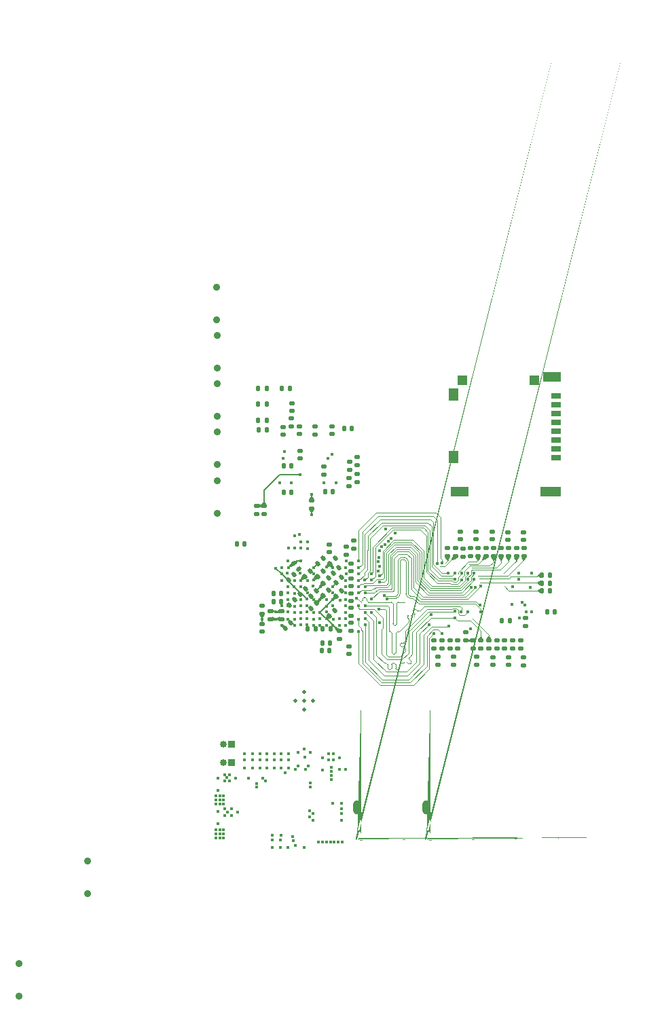
<source format=gbr>
%TF.GenerationSoftware,KiCad,Pcbnew,9.0.2*%
%TF.CreationDate,2025-06-19T13:39:27-06:00*%
%TF.ProjectId,MPU_MOD,4d50555f-4d4f-4442-9e6b-696361645f70,rev?*%
%TF.SameCoordinates,Original*%
%TF.FileFunction,Copper,L8,Bot*%
%TF.FilePolarity,Positive*%
%FSLAX46Y46*%
G04 Gerber Fmt 4.6, Leading zero omitted, Abs format (unit mm)*
G04 Created by KiCad (PCBNEW 9.0.2) date 2025-06-19 13:39:27*
%MOMM*%
%LPD*%
G01*
G04 APERTURE LIST*
G04 Aperture macros list*
%AMRoundRect*
0 Rectangle with rounded corners*
0 $1 Rounding radius*
0 $2 $3 $4 $5 $6 $7 $8 $9 X,Y pos of 4 corners*
0 Add a 4 corners polygon primitive as box body*
4,1,4,$2,$3,$4,$5,$6,$7,$8,$9,$2,$3,0*
0 Add four circle primitives for the rounded corners*
1,1,$1+$1,$2,$3*
1,1,$1+$1,$4,$5*
1,1,$1+$1,$6,$7*
1,1,$1+$1,$8,$9*
0 Add four rect primitives between the rounded corners*
20,1,$1+$1,$2,$3,$4,$5,0*
20,1,$1+$1,$4,$5,$6,$7,0*
20,1,$1+$1,$6,$7,$8,$9,0*
20,1,$1+$1,$8,$9,$2,$3,0*%
%AMFreePoly0*
4,1,229,0.026192,1.103996,0.026383,1.103985,0.052383,1.101985,0.052573,1.101967,0.078573,1.098967,0.078944,1.098910,0.104944,1.093910,0.105167,1.093862,0.130167,1.087862,0.130300,1.087828,0.156300,1.080828,0.156756,1.080682,0.180756,1.071682,0.180923,1.071615,0.204923,1.061615,0.205083,1.061545,0.229083,1.050545,0.229460,1.050353,0.252460,1.037353,0.252684,1.037218,
0.296684,1.009218,0.297030,1.008977,0.318030,0.992977,0.318238,0.992810,0.338238,0.975810,0.338439,0.975630,0.357439,0.957630,0.357630,0.957439,0.375630,0.938439,0.375810,0.938238,0.392810,0.918238,0.392977,0.918030,0.408977,0.897030,0.409218,0.896684,0.437218,0.852684,0.437353,0.852460,0.450353,0.829460,0.450545,0.829083,0.461545,0.805083,0.461615,0.804923,
0.471615,0.780923,0.471682,0.780756,0.480682,0.756756,0.480828,0.756300,0.487828,0.730300,0.487862,0.730167,0.493862,0.705167,0.493910,0.704944,0.498910,0.678944,0.498967,0.678573,0.501967,0.652573,0.501985,0.652383,0.503985,0.626383,0.503996,0.626192,0.504996,0.600192,0.505000,0.600000,0.505000,-0.600000,0.504996,-0.600192,0.503996,-0.626192,0.503985,-0.626383,
0.501985,-0.652383,0.501967,-0.652573,0.498967,-0.678573,0.498910,-0.678944,0.493910,-0.704944,0.493862,-0.705167,0.487862,-0.730167,0.487828,-0.730300,0.480828,-0.756300,0.480682,-0.756756,0.471682,-0.780756,0.471615,-0.780923,0.461615,-0.804923,0.461545,-0.805083,0.450545,-0.829083,0.450353,-0.829460,0.437353,-0.852460,0.437218,-0.852684,0.409218,-0.896684,0.408977,-0.897030,
0.392977,-0.918030,0.392810,-0.918238,0.375810,-0.938238,0.375630,-0.938439,0.357630,-0.957439,0.357439,-0.957630,0.338439,-0.975630,0.338238,-0.975810,0.318238,-0.992810,0.318030,-0.992977,0.297030,-1.008977,0.296684,-1.009218,0.252684,-1.037218,0.252460,-1.037353,0.229460,-1.050353,0.229083,-1.050545,0.205083,-1.061545,0.204923,-1.061615,0.180923,-1.071615,0.180756,-1.071682,
0.156756,-1.080682,0.156300,-1.080828,0.130300,-1.087828,0.130167,-1.087862,0.105167,-1.093862,0.104944,-1.093910,0.078944,-1.098910,0.078573,-1.098967,0.052573,-1.101967,0.052383,-1.101985,0.026383,-1.103985,0.026192,-1.103996,0.000192,-1.104996,-0.000192,-1.104996,-0.026192,-1.103996,-0.026383,-1.103985,-0.052383,-1.101985,-0.052573,-1.101967,-0.078573,-1.098967,-0.078944,-1.098910,
-0.104944,-1.093910,-0.105167,-1.093862,-0.130167,-1.087862,-0.130300,-1.087828,-0.156300,-1.080828,-0.156756,-1.080682,-0.180756,-1.071682,-0.180923,-1.071615,-0.204923,-1.061615,-0.205083,-1.061545,-0.229083,-1.050545,-0.229460,-1.050353,-0.252460,-1.037353,-0.252684,-1.037218,-0.296684,-1.009218,-0.297030,-1.008977,-0.318030,-0.992977,-0.318238,-0.992810,-0.338238,-0.975810,-0.338439,-0.975630,
-0.357439,-0.957630,-0.357630,-0.957439,-0.375630,-0.938439,-0.375810,-0.938238,-0.392810,-0.918238,-0.392977,-0.918030,-0.408977,-0.897030,-0.409218,-0.896684,-0.437218,-0.852684,-0.437353,-0.852460,-0.450353,-0.829460,-0.450545,-0.829083,-0.461545,-0.805083,-0.461615,-0.804923,-0.471615,-0.780923,-0.471682,-0.780756,-0.480682,-0.756756,-0.480828,-0.756300,-0.487828,-0.730300,-0.487862,-0.730167,
-0.493862,-0.705167,-0.493910,-0.704944,-0.498910,-0.678944,-0.498967,-0.678573,-0.501967,-0.652573,-0.501985,-0.652383,-0.503985,-0.626383,-0.503996,-0.626192,-0.504996,-0.600192,-0.505000,-0.600000,-0.505000,0.600000,-0.504996,0.600192,-0.503996,0.626192,-0.503985,0.626383,-0.501985,0.652383,-0.501967,0.652573,-0.498967,0.678573,-0.498910,0.678944,-0.493910,0.704944,-0.493862,0.705167,
-0.487862,0.730167,-0.487828,0.730300,-0.480828,0.756300,-0.480682,0.756756,-0.471682,0.780756,-0.471615,0.780923,-0.461615,0.804923,-0.461545,0.805083,-0.450545,0.829083,-0.450353,0.829460,-0.437353,0.852460,-0.437218,0.852684,-0.409218,0.896684,-0.408977,0.897030,-0.392977,0.918030,-0.392810,0.918238,-0.375810,0.938238,-0.375630,0.938439,-0.357630,0.957439,-0.357439,0.957630,
-0.338439,0.975630,-0.338238,0.975810,-0.318238,0.992810,-0.318030,0.992977,-0.297030,1.008977,-0.296684,1.009218,-0.252684,1.037218,-0.252460,1.037353,-0.229460,1.050353,-0.229083,1.050545,-0.205083,1.061545,-0.204923,1.061615,-0.180923,1.071615,-0.180756,1.071682,-0.156756,1.080682,-0.156300,1.080828,-0.130300,1.087828,-0.130167,1.087862,-0.105167,1.093862,-0.104944,1.093910,
-0.078944,1.098910,-0.078573,1.098967,-0.052573,1.101967,-0.052383,1.101985,-0.026383,1.103985,-0.026192,1.103996,-0.000192,1.104996,0.000192,1.104996,0.026192,1.103996,0.026192,1.103996,$1*%
G04 Aperture macros list end*
%TA.AperFunction,ComponentPad*%
%ADD10C,0.900000*%
%TD*%
%TA.AperFunction,ComponentPad*%
%ADD11R,0.850000X0.850000*%
%TD*%
%TA.AperFunction,ComponentPad*%
%ADD12C,0.850000*%
%TD*%
%TA.AperFunction,ComponentPad*%
%ADD13O,1.000000X1.800000*%
%TD*%
%TA.AperFunction,ComponentPad*%
%ADD14FreePoly0,0.000000*%
%TD*%
%TA.AperFunction,ComponentPad*%
%ADD15C,0.499999*%
%TD*%
%TA.AperFunction,SMDPad,CuDef*%
%ADD16RoundRect,0.135000X-0.185000X0.135000X-0.185000X-0.135000X0.185000X-0.135000X0.185000X0.135000X0*%
%TD*%
%TA.AperFunction,SMDPad,CuDef*%
%ADD17RoundRect,0.135000X0.185000X-0.135000X0.185000X0.135000X-0.185000X0.135000X-0.185000X-0.135000X0*%
%TD*%
%TA.AperFunction,SMDPad,CuDef*%
%ADD18RoundRect,0.140000X0.170000X-0.140000X0.170000X0.140000X-0.170000X0.140000X-0.170000X-0.140000X0*%
%TD*%
%TA.AperFunction,SMDPad,CuDef*%
%ADD19RoundRect,0.135000X-0.135000X-0.185000X0.135000X-0.185000X0.135000X0.185000X-0.135000X0.185000X0*%
%TD*%
%TA.AperFunction,SMDPad,CuDef*%
%ADD20RoundRect,0.135000X0.135000X0.185000X-0.135000X0.185000X-0.135000X-0.185000X0.135000X-0.185000X0*%
%TD*%
%TA.AperFunction,SMDPad,CuDef*%
%ADD21RoundRect,0.140000X-0.170000X0.140000X-0.170000X-0.140000X0.170000X-0.140000X0.170000X0.140000X0*%
%TD*%
%TA.AperFunction,SMDPad,CuDef*%
%ADD22RoundRect,0.140000X-0.021213X0.219203X-0.219203X0.021213X0.021213X-0.219203X0.219203X-0.021213X0*%
%TD*%
%TA.AperFunction,SMDPad,CuDef*%
%ADD23RoundRect,0.140000X0.140000X0.170000X-0.140000X0.170000X-0.140000X-0.170000X0.140000X-0.170000X0*%
%TD*%
%TA.AperFunction,SMDPad,CuDef*%
%ADD24RoundRect,0.140000X-0.140000X-0.170000X0.140000X-0.170000X0.140000X0.170000X-0.140000X0.170000X0*%
%TD*%
%TA.AperFunction,SMDPad,CuDef*%
%ADD25RoundRect,0.140000X0.021213X-0.219203X0.219203X-0.021213X-0.021213X0.219203X-0.219203X0.021213X0*%
%TD*%
%TA.AperFunction,SMDPad,CuDef*%
%ADD26R,2.200000X1.150000*%
%TD*%
%TA.AperFunction,SMDPad,CuDef*%
%ADD27R,1.200000X1.150000*%
%TD*%
%TA.AperFunction,SMDPad,CuDef*%
%ADD28R,1.150000X1.500000*%
%TD*%
%TA.AperFunction,SMDPad,CuDef*%
%ADD29R,2.500000X1.150000*%
%TD*%
%TA.AperFunction,SMDPad,CuDef*%
%ADD30R,1.240000X0.800000*%
%TD*%
%TA.AperFunction,SMDPad,CuDef*%
%ADD31R,1.250000X1.150000*%
%TD*%
%TA.AperFunction,SMDPad,CuDef*%
%ADD32RoundRect,0.140000X0.219203X0.021213X0.021213X0.219203X-0.219203X-0.021213X-0.021213X-0.219203X0*%
%TD*%
%TA.AperFunction,ViaPad*%
%ADD33C,0.400000*%
%TD*%
%TA.AperFunction,Conductor*%
%ADD34C,0.200000*%
%TD*%
%TA.AperFunction,Conductor*%
%ADD35C,0.118400*%
%TD*%
%TA.AperFunction,Conductor*%
%ADD36C,0.114000*%
%TD*%
%TA.AperFunction,Conductor*%
%ADD37C,0.150000*%
%TD*%
%TA.AperFunction,Conductor*%
%ADD38C,0.144300*%
%TD*%
G04 APERTURE END LIST*
D10*
%TO.P,S601,2C*%
%TO.N,unconnected-(S601-Pad2C)*%
X69225000Y-54462500D03*
%TO.P,S601,2D*%
%TO.N,unconnected-(S601-Pad2D)*%
X69225000Y-58512500D03*
%TD*%
%TO.P,S605,2C*%
%TO.N,unconnected-(S605-Pad2C)*%
X69225000Y-36362500D03*
%TO.P,S605,2D*%
%TO.N,unconnected-(S605-Pad2D)*%
X69225000Y-40412500D03*
%TD*%
%TO.P,S701,2C*%
%TO.N,GND*%
X53052500Y-101860000D03*
%TO.P,S701,2D*%
X53052500Y-105910000D03*
%TD*%
%TO.P,S603,2C*%
%TO.N,unconnected-(S603-Pad2C)*%
X69225000Y-48362500D03*
%TO.P,S603,2D*%
%TO.N,unconnected-(S603-Pad2D)*%
X69225000Y-52412500D03*
%TD*%
D11*
%TO.P,BT201,1,+*%
%TO.N,+BATT*%
X71050000Y-87288207D03*
D12*
%TO.P,BT201,2,-*%
%TO.N,Net-(BT201--)*%
X70050000Y-87288207D03*
%TD*%
D10*
%TO.P,S602,2C*%
%TO.N,unconnected-(S602-Pad2C)*%
X69125000Y-30362500D03*
%TO.P,S602,2D*%
%TO.N,unconnected-(S602-Pad2D)*%
X69125000Y-34412500D03*
%TD*%
D11*
%TO.P,TH201,1*%
%TO.N,/PWR/BATT_T*%
X71050000Y-89588207D03*
D12*
%TO.P,TH201,2*%
%TO.N,GND*%
X70050000Y-89588207D03*
%TD*%
D13*
%TO.P,J801,SH1,SHIELD*%
%TO.N,GND*%
X86680000Y-95187500D03*
%TO.P,J801,SH2,SHIELD*%
X95320000Y-95187500D03*
D14*
%TO.P,J801,SH3,SHIELD*%
X86680000Y-99187500D03*
%TO.P,J801,SH4,SHIELD*%
X95320000Y-99187500D03*
%TD*%
D10*
%TO.P,S201,2C*%
%TO.N,GND*%
X44525000Y-114662500D03*
%TO.P,S201,2D*%
X44525000Y-118712500D03*
%TD*%
%TO.P,S604,2C*%
%TO.N,unconnected-(S604-Pad2C)*%
X69225000Y-42362500D03*
%TO.P,S604,2D*%
%TO.N,unconnected-(S604-Pad2D)*%
X69225000Y-46412500D03*
%TD*%
D15*
%TO.P,U3,V*%
%TO.N,N/C*%
X80100000Y-80800000D03*
X81200000Y-81900000D03*
X80100000Y-81900000D03*
X79000000Y-81900000D03*
X80100000Y-83000000D03*
%TD*%
D16*
%TO.P,R407,1*%
%TO.N,/DDR/DDR_A1*%
X104098415Y-74367400D03*
%TO.P,R407,2*%
%TO.N,VTT_DDR*%
X104098415Y-75387400D03*
%TD*%
D17*
%TO.P,R406,1*%
%TO.N,/DDR/DDR_A0*%
X103700000Y-63900000D03*
%TO.P,R406,2*%
%TO.N,VTT_DDR*%
X103700000Y-62880002D03*
%TD*%
D18*
%TO.P,C413,1*%
%TO.N,VTT_DDR*%
X107443415Y-61877400D03*
%TO.P,C413,2*%
%TO.N,GND*%
X107443415Y-60917400D03*
%TD*%
D19*
%TO.P,R509,1*%
%TO.N,SDMMC2_D0*%
X74403415Y-48147400D03*
%TO.P,R509,2*%
%TO.N,VDD*%
X75423415Y-48147400D03*
%TD*%
D17*
%TO.P,R504,1*%
%TO.N,SDMMC2_D5*%
X85723415Y-53087400D03*
%TO.P,R504,2*%
%TO.N,VDD*%
X85723415Y-52067400D03*
%TD*%
D20*
%TO.P,R508,1*%
%TO.N,SDMMC2_D1*%
X75393415Y-46897400D03*
%TO.P,R508,2*%
%TO.N,VDD*%
X74373415Y-46897400D03*
%TD*%
D16*
%TO.P,R502,1*%
%TO.N,SDMMC2_D7*%
X85703415Y-54117400D03*
%TO.P,R502,2*%
%TO.N,VDD*%
X85703415Y-55137400D03*
%TD*%
%TO.P,R505,1*%
%TO.N,SDMMC2_D4*%
X86703415Y-53637400D03*
%TO.P,R505,2*%
%TO.N,VDD*%
X86703415Y-54657400D03*
%TD*%
D21*
%TO.P,C411,1*%
%TO.N,VTT_DDR*%
X103513415Y-60817400D03*
%TO.P,C411,2*%
%TO.N,GND*%
X103513415Y-61777400D03*
%TD*%
D22*
%TO.P,C319,1*%
%TO.N,GND*%
X84778822Y-66521178D03*
%TO.P,C319,2*%
%TO.N,VDD_CORE*%
X84100000Y-67200000D03*
%TD*%
%TO.P,C317,1*%
%TO.N,GND*%
X80228822Y-67971178D03*
%TO.P,C317,2*%
%TO.N,VDD_CORE*%
X79550000Y-68650000D03*
%TD*%
D21*
%TO.P,C412,1*%
%TO.N,VTT_DDR*%
X101623415Y-76417400D03*
%TO.P,C412,2*%
%TO.N,GND*%
X101623415Y-77377400D03*
%TD*%
%TO.P,C327,1*%
%TO.N,/MPU_PWR/VDDA*%
X77300000Y-70740000D03*
%TO.P,C327,2*%
%TO.N,GND*%
X77300000Y-71700000D03*
%TD*%
D23*
%TO.P,C416,1*%
%TO.N,VTT_DDR*%
X111333415Y-70777400D03*
%TO.P,C416,2*%
%TO.N,GND*%
X110373415Y-70777400D03*
%TD*%
D21*
%TO.P,C323,1*%
%TO.N,GND*%
X85900000Y-64790000D03*
%TO.P,C323,2*%
%TO.N,VDD_DDR*%
X85900000Y-65750000D03*
%TD*%
D16*
%TO.P,R414,1*%
%TO.N,/DDR/DDR_A8*%
X96298415Y-74367400D03*
%TO.P,R414,2*%
%TO.N,VTT_DDR*%
X96298415Y-75387400D03*
%TD*%
D20*
%TO.P,R511,1*%
%TO.N,SDMMC2_CMD*%
X78303415Y-42917400D03*
%TO.P,R511,2*%
%TO.N,VDD*%
X77283415Y-42917400D03*
%TD*%
D17*
%TO.P,R424,1*%
%TO.N,/DDR/DDR_ODT*%
X106550000Y-63900000D03*
%TO.P,R424,2*%
%TO.N,VTT_DDR*%
X106550000Y-62880002D03*
%TD*%
%TO.P,R408,1*%
%TO.N,/DDR/DDR_A2*%
X101800000Y-63900000D03*
%TO.P,R408,2*%
%TO.N,VTT_DDR*%
X101800000Y-62880002D03*
%TD*%
D21*
%TO.P,C339,1*%
%TO.N,Net-(U301A-VREF+)*%
X74850000Y-72340000D03*
%TO.P,C339,2*%
%TO.N,GND*%
X74850000Y-73300000D03*
%TD*%
D16*
%TO.P,R430,1*%
%TO.N,/DDR/DDR_A15*%
X107073415Y-74357400D03*
%TO.P,R430,2*%
%TO.N,VTT_DDR*%
X107073415Y-75377400D03*
%TD*%
D20*
%TO.P,R403,1*%
%TO.N,/DDR/DDR_CLK_P*%
X105783415Y-71927400D03*
%TO.P,R403,2*%
%TO.N,/DDR/DDR_CLK_N*%
X104763415Y-71927400D03*
%TD*%
D21*
%TO.P,C417,1*%
%TO.N,VTT_DDR*%
X96753415Y-76417400D03*
%TO.P,C417,2*%
%TO.N,GND*%
X96753415Y-77377400D03*
%TD*%
%TO.P,C334,1*%
%TO.N,Net-(U301A-VDD1V2_DSI_PHY)*%
X86250000Y-61940000D03*
%TO.P,C334,2*%
%TO.N,GND*%
X86250000Y-62900000D03*
%TD*%
D22*
%TO.P,C305,1*%
%TO.N,GND*%
X83152944Y-66571178D03*
%TO.P,C305,2*%
%TO.N,VDD_CORE*%
X82474122Y-67250000D03*
%TD*%
D18*
%TO.P,C502,1*%
%TO.N,GND*%
X78503415Y-47677400D03*
%TO.P,C502,2*%
%TO.N,Net-(U1-VDD)*%
X78503415Y-46717400D03*
%TD*%
D16*
%TO.P,R422,1*%
%TO.N,/DDR/DDR_BA1*%
X102123415Y-74402400D03*
%TO.P,R422,2*%
%TO.N,VTT_DDR*%
X102123415Y-75422400D03*
%TD*%
%TO.P,R501,1*%
%TO.N,Net-(U1-CLK)*%
X81033415Y-56927400D03*
%TO.P,R501,2*%
%TO.N,SDMMC2_CK*%
X81033415Y-57947400D03*
%TD*%
D21*
%TO.P,C418,1*%
%TO.N,VTT_DDR*%
X98723415Y-76417400D03*
%TO.P,C418,2*%
%TO.N,GND*%
X98723415Y-77377400D03*
%TD*%
D16*
%TO.P,R418,1*%
%TO.N,/DDR/DDR_A12*%
X106073415Y-74357400D03*
%TO.P,R418,2*%
%TO.N,VTT_DDR*%
X106073415Y-75377400D03*
%TD*%
D18*
%TO.P,C511,1*%
%TO.N,GND*%
X77473415Y-48707400D03*
%TO.P,C511,2*%
%TO.N,3V3*%
X77473415Y-47747400D03*
%TD*%
D23*
%TO.P,C510,1*%
%TO.N,GND*%
X86013415Y-47917400D03*
%TO.P,C510,2*%
%TO.N,VDD*%
X85053415Y-47917400D03*
%TD*%
D18*
%TO.P,C316,1*%
%TO.N,GND*%
X84450000Y-74160000D03*
%TO.P,C316,2*%
%TO.N,VDD_CORE*%
X84450000Y-73200000D03*
%TD*%
%TO.P,C335,1*%
%TO.N,VDD_USB*%
X85650000Y-76100000D03*
%TO.P,C335,2*%
%TO.N,GND*%
X85650000Y-75140000D03*
%TD*%
D16*
%TO.P,R416,1*%
%TO.N,/DDR/DDR_A10*%
X105098415Y-74367400D03*
%TO.P,R416,2*%
%TO.N,VTT_DDR*%
X105098415Y-75387400D03*
%TD*%
D18*
%TO.P,C506,1*%
%TO.N,VDD*%
X79583415Y-51687400D03*
%TO.P,C506,2*%
%TO.N,GND*%
X79583415Y-50727400D03*
%TD*%
D22*
%TO.P,C309,1*%
%TO.N,GND*%
X78778822Y-66121178D03*
%TO.P,C309,2*%
%TO.N,VDD_CORE*%
X78100000Y-66800000D03*
%TD*%
D24*
%TO.P,C336,1*%
%TO.N,Net-(U301A-VDDA1V1_REG)*%
X82300000Y-75650000D03*
%TO.P,C336,2*%
%TO.N,GND*%
X83260000Y-75650000D03*
%TD*%
D25*
%TO.P,C301,1*%
%TO.N,GND*%
X78221178Y-69978822D03*
%TO.P,C301,2*%
%TO.N,VDD*%
X78900000Y-69300000D03*
%TD*%
D16*
%TO.P,R410,1*%
%TO.N,/DDR/DDR_A4*%
X98273415Y-74367400D03*
%TO.P,R410,2*%
%TO.N,VTT_DDR*%
X98273415Y-75387400D03*
%TD*%
D26*
%TO.P,J501,G1,GND*%
%TO.N,GND*%
X110980000Y-41510000D03*
D27*
%TO.P,J501,G2,GND*%
X99830000Y-41910000D03*
D28*
%TO.P,J501,G3,GND*%
X98705000Y-43715000D03*
%TO.P,J501,G4,GND*%
X98705000Y-51495000D03*
D26*
%TO.P,J501,G5,GND*%
X99500000Y-55800000D03*
D29*
%TO.P,J501,G6,GND*%
X110830000Y-55800000D03*
D30*
%TO.P,J501,P1,DAT2*%
%TO.N,SDMMC1_D2*%
X111460000Y-51555000D03*
%TO.P,J501,P2,CD/DAT3*%
%TO.N,SDMMC1_D3*%
X111460000Y-50455000D03*
%TO.P,J501,P3,CMD*%
%TO.N,SDMMC1_CMD*%
X111460000Y-49355000D03*
%TO.P,J501,P4,VDD*%
%TO.N,3V3*%
X111460000Y-48255000D03*
%TO.P,J501,P5,CLK*%
%TO.N,SDMMC1_CK*%
X111460000Y-47155000D03*
%TO.P,J501,P6,VSS*%
%TO.N,GND*%
X111460000Y-46055000D03*
%TO.P,J501,P7,DAT0*%
%TO.N,SDMMC1_D0*%
X111460000Y-44955000D03*
%TO.P,J501,P8,DAT1*%
%TO.N,SDMMC1_D1*%
X111460000Y-43855000D03*
D31*
%TO.P,J501,SW,SWITCH*%
%TO.N,Net-(J501-SWITCH)*%
X108830000Y-41910000D03*
%TD*%
D17*
%TO.P,R503,1*%
%TO.N,SDMMC2_D6*%
X86673415Y-52517400D03*
%TO.P,R503,2*%
%TO.N,VDD*%
X86673415Y-51497400D03*
%TD*%
D22*
%TO.P,C315,1*%
%TO.N,GND*%
X83128822Y-68071178D03*
%TO.P,C315,2*%
%TO.N,VDD_CORE*%
X82450000Y-68750000D03*
%TD*%
D23*
%TO.P,C329,1*%
%TO.N,GND*%
X72650000Y-62350000D03*
%TO.P,C329,2*%
%TO.N,VDD*%
X71690000Y-62350000D03*
%TD*%
D16*
%TO.P,R426,1*%
%TO.N,/DDR/DDR_CKE*%
X101148415Y-74392400D03*
%TO.P,R426,2*%
%TO.N,VTT_DDR*%
X101148415Y-75412400D03*
%TD*%
D18*
%TO.P,C414,1*%
%TO.N,VTT_DDR*%
X105473415Y-61877400D03*
%TO.P,C414,2*%
%TO.N,GND*%
X105473415Y-60917400D03*
%TD*%
D17*
%TO.P,R423,1*%
%TO.N,/DDR/DDR_BA2*%
X105600000Y-63900000D03*
%TO.P,R423,2*%
%TO.N,VTT_DDR*%
X105600000Y-62880002D03*
%TD*%
D21*
%TO.P,C324,1*%
%TO.N,GND*%
X85900000Y-72200000D03*
%TO.P,C324,2*%
%TO.N,VDD_DDR*%
X85900000Y-73160000D03*
%TD*%
%TO.P,C410,1*%
%TO.N,VTT_DDR*%
X101543415Y-60817400D03*
%TO.P,C410,2*%
%TO.N,GND*%
X101543415Y-61777400D03*
%TD*%
D17*
%TO.P,R419,1*%
%TO.N,/DDR/DDR_A13*%
X98950000Y-63900000D03*
%TO.P,R419,2*%
%TO.N,VTT_DDR*%
X98950000Y-62880002D03*
%TD*%
D16*
%TO.P,R404,1*%
%TO.N,GND*%
X100198415Y-73367400D03*
%TO.P,R404,2*%
%TO.N,/DDR/DDR_CKE*%
X100198415Y-74387400D03*
%TD*%
D24*
%TO.P,C338,1*%
%TO.N,Net-(U301A-VDDA1V8_DSI)*%
X82340000Y-74700000D03*
%TO.P,C338,2*%
%TO.N,GND*%
X83300000Y-74700000D03*
%TD*%
%TO.P,C514,1*%
%TO.N,GND*%
X77523415Y-55877400D03*
%TO.P,C514,2*%
%TO.N,VDD*%
X78483415Y-55877400D03*
%TD*%
D18*
%TO.P,C503,1*%
%TO.N,GND*%
X79523415Y-48667400D03*
%TO.P,C503,2*%
%TO.N,3V3*%
X79523415Y-47707400D03*
%TD*%
D23*
%TO.P,C330,1*%
%TO.N,VDD*%
X77210000Y-68550000D03*
%TO.P,C330,2*%
%TO.N,GND*%
X76250000Y-68550000D03*
%TD*%
D18*
%TO.P,C512,1*%
%TO.N,GND*%
X83563415Y-48617400D03*
%TO.P,C512,2*%
%TO.N,3V3*%
X83563415Y-47657400D03*
%TD*%
D21*
%TO.P,C322,1*%
%TO.N,GND*%
X85900000Y-66640000D03*
%TO.P,C322,2*%
%TO.N,VDD_DDR*%
X85900000Y-67600000D03*
%TD*%
D16*
%TO.P,R510,1*%
%TO.N,SDMMC2_NRST*%
X74153415Y-57577400D03*
%TO.P,R510,2*%
%TO.N,VDD*%
X74153415Y-58597400D03*
%TD*%
D20*
%TO.P,R507,1*%
%TO.N,SDMMC2_D2*%
X75393415Y-44907400D03*
%TO.P,R507,2*%
%TO.N,VDD*%
X74373415Y-44907400D03*
%TD*%
D24*
%TO.P,C328,1*%
%TO.N,VDD*%
X76250000Y-69500000D03*
%TO.P,C328,2*%
%TO.N,GND*%
X77210000Y-69500000D03*
%TD*%
D17*
%TO.P,R409,1*%
%TO.N,/DDR/DDR_A3*%
X102750000Y-63900000D03*
%TO.P,R409,2*%
%TO.N,VTT_DDR*%
X102750000Y-62880002D03*
%TD*%
D21*
%TO.P,C427,1*%
%TO.N,GND*%
X107673415Y-71597400D03*
%TO.P,C427,2*%
%TO.N,VDD_DDR*%
X107673415Y-72557400D03*
%TD*%
D25*
%TO.P,C331,1*%
%TO.N,VDD*%
X83750000Y-65950000D03*
%TO.P,C331,2*%
%TO.N,GND*%
X84428822Y-65271178D03*
%TD*%
D21*
%TO.P,C505,1*%
%TO.N,3V3*%
X81443415Y-47727400D03*
%TO.P,C505,2*%
%TO.N,GND*%
X81443415Y-48687400D03*
%TD*%
D22*
%TO.P,C314,1*%
%TO.N,GND*%
X83978822Y-64121178D03*
%TO.P,C314,2*%
%TO.N,VDD_CORE*%
X83300000Y-64800000D03*
%TD*%
D16*
%TO.P,R412,1*%
%TO.N,/DDR/DDR_A6*%
X97288415Y-74377400D03*
%TO.P,R412,2*%
%TO.N,VTT_DDR*%
X97288415Y-75397400D03*
%TD*%
D17*
%TO.P,R415,1*%
%TO.N,/DDR/DDR_A9*%
X99900000Y-63919998D03*
%TO.P,R415,2*%
%TO.N,VTT_DDR*%
X99900000Y-62900000D03*
%TD*%
D23*
%TO.P,C303,1*%
%TO.N,GND*%
X81510000Y-72966291D03*
%TO.P,C303,2*%
%TO.N,VDD*%
X80550000Y-72966291D03*
%TD*%
D22*
%TO.P,C308,1*%
%TO.N,GND*%
X84728822Y-68171178D03*
%TO.P,C308,2*%
%TO.N,VDD_CORE*%
X84050000Y-68850000D03*
%TD*%
D21*
%TO.P,C507,1*%
%TO.N,VDD*%
X82533415Y-52717400D03*
%TO.P,C507,2*%
%TO.N,GND*%
X82533415Y-53677400D03*
%TD*%
%TO.P,C408,1*%
%TO.N,VTT_DDR*%
X105603415Y-76487400D03*
%TO.P,C408,2*%
%TO.N,GND*%
X105603415Y-77447400D03*
%TD*%
D18*
%TO.P,C509,1*%
%TO.N,Net-(U1-VDD)*%
X78523415Y-45767400D03*
%TO.P,C509,2*%
%TO.N,GND*%
X78523415Y-44807400D03*
%TD*%
D21*
%TO.P,C409,1*%
%TO.N,VTT_DDR*%
X99573415Y-60817400D03*
%TO.P,C409,2*%
%TO.N,GND*%
X99573415Y-61777400D03*
%TD*%
%TO.P,C415,1*%
%TO.N,VTT_DDR*%
X107423415Y-76517400D03*
%TO.P,C415,2*%
%TO.N,GND*%
X107423415Y-77477400D03*
%TD*%
D18*
%TO.P,C333,1*%
%TO.N,Net-(U301A-VREF+)*%
X74850000Y-71050000D03*
%TO.P,C333,2*%
%TO.N,GND*%
X74850000Y-70090000D03*
%TD*%
D17*
%TO.P,R421,1*%
%TO.N,/DDR/DDR_BA0*%
X104650000Y-63900000D03*
%TO.P,R421,2*%
%TO.N,VTT_DDR*%
X104650000Y-62880002D03*
%TD*%
D19*
%TO.P,R428,1*%
%TO.N,/DDR/DDR_RASN*%
X109750000Y-68225000D03*
%TO.P,R428,2*%
%TO.N,VTT_DDR*%
X110769998Y-68225000D03*
%TD*%
D22*
%TO.P,C312,1*%
%TO.N,GND*%
X82428822Y-64121178D03*
%TO.P,C312,2*%
%TO.N,VDD_CORE*%
X81750000Y-64800000D03*
%TD*%
D17*
%TO.P,R411,1*%
%TO.N,/DDR/DDR_A5*%
X100850000Y-63900000D03*
%TO.P,R411,2*%
%TO.N,VTT_DDR*%
X100850000Y-62880002D03*
%TD*%
%TO.P,R425,1*%
%TO.N,/DDR/DDR_CSN*%
X107500000Y-63900000D03*
%TO.P,R425,2*%
%TO.N,VTT_DDR*%
X107500000Y-62880002D03*
%TD*%
D21*
%TO.P,C325,1*%
%TO.N,GND*%
X85300000Y-62700000D03*
%TO.P,C325,2*%
%TO.N,VDD_DDR*%
X85300000Y-63660000D03*
%TD*%
%TO.P,C326,1*%
%TO.N,/MPU_PWR/VDDA*%
X75850000Y-70740000D03*
%TO.P,C326,2*%
%TO.N,GND*%
X75850000Y-71700000D03*
%TD*%
D17*
%TO.P,R512,1*%
%TO.N,NRST*%
X75123415Y-58617400D03*
%TO.P,R512,2*%
%TO.N,SDMMC2_NRST*%
X75123415Y-57597400D03*
%TD*%
D25*
%TO.P,C313,1*%
%TO.N,GND*%
X80950000Y-68850000D03*
%TO.P,C313,2*%
%TO.N,VDD_CORE*%
X81628822Y-68171178D03*
%TD*%
D22*
%TO.P,C311,1*%
%TO.N,GND*%
X80825121Y-65730042D03*
%TO.P,C311,2*%
%TO.N,VDD_CORE*%
X80146299Y-66408864D03*
%TD*%
D21*
%TO.P,C320,1*%
%TO.N,GND*%
X85900000Y-70340000D03*
%TO.P,C320,2*%
%TO.N,VDD_DDR*%
X85900000Y-71300000D03*
%TD*%
D25*
%TO.P,C304,1*%
%TO.N,GND*%
X77726057Y-72829106D03*
%TO.P,C304,2*%
%TO.N,VDD*%
X78404879Y-72150284D03*
%TD*%
D16*
%TO.P,R417,1*%
%TO.N,/DDR/DDR_A11*%
X103098415Y-74377400D03*
%TO.P,R417,2*%
%TO.N,VTT_DDR*%
X103098415Y-75397400D03*
%TD*%
D23*
%TO.P,C513,1*%
%TO.N,GND*%
X83643415Y-55817400D03*
%TO.P,C513,2*%
%TO.N,VDD*%
X82683415Y-55817400D03*
%TD*%
%TO.P,C302,1*%
%TO.N,GND*%
X83350000Y-72966291D03*
%TO.P,C302,2*%
%TO.N,VDD*%
X82390000Y-72966291D03*
%TD*%
D19*
%TO.P,R427,1*%
%TO.N,/DDR/DDR_CASN*%
X109750000Y-67250000D03*
%TO.P,R427,2*%
%TO.N,VTT_DDR*%
X110769998Y-67250000D03*
%TD*%
D21*
%TO.P,C407,1*%
%TO.N,VTT_DDR*%
X103633415Y-76487400D03*
%TO.P,C407,2*%
%TO.N,GND*%
X103633415Y-77447400D03*
%TD*%
%TO.P,C337,1*%
%TO.N,Net-(U301A-VDDA1V8_DSI)*%
X83200000Y-62390000D03*
%TO.P,C337,2*%
%TO.N,GND*%
X83200000Y-63350000D03*
%TD*%
D22*
%TO.P,C307,1*%
%TO.N,GND*%
X83940380Y-70650000D03*
%TO.P,C307,2*%
%TO.N,VDD_CORE*%
X83261558Y-71328822D03*
%TD*%
D21*
%TO.P,C321,1*%
%TO.N,GND*%
X85900000Y-68490000D03*
%TO.P,C321,2*%
%TO.N,VDD_DDR*%
X85900000Y-69450000D03*
%TD*%
D19*
%TO.P,R429,1*%
%TO.N,/DDR/DDR_WEN*%
X109750000Y-66275000D03*
%TO.P,R429,2*%
%TO.N,VTT_DDR*%
X110769998Y-66275000D03*
%TD*%
D20*
%TO.P,R506,1*%
%TO.N,SDMMC2_D3*%
X75393415Y-42917400D03*
%TO.P,R506,2*%
%TO.N,VDD*%
X74373415Y-42917400D03*
%TD*%
D32*
%TO.P,C306,1*%
%TO.N,GND*%
X79450000Y-65500000D03*
%TO.P,C306,2*%
%TO.N,VDD_CORE*%
X78771178Y-64821178D03*
%TD*%
D23*
%TO.P,C504,1*%
%TO.N,GND*%
X78483415Y-52617400D03*
%TO.P,C504,2*%
%TO.N,VDD*%
X77523415Y-52617400D03*
%TD*%
D16*
%TO.P,R420,1*%
%TO.N,/DDR/DDR_A14*%
X99223415Y-74367400D03*
%TO.P,R420,2*%
%TO.N,VTT_DDR*%
X99223415Y-75387400D03*
%TD*%
D25*
%TO.P,C318,1*%
%TO.N,GND*%
X80921708Y-70424759D03*
%TO.P,C318,2*%
%TO.N,VDD_CORE*%
X81600530Y-69745937D03*
%TD*%
D22*
%TO.P,C310,1*%
%TO.N,GND*%
X82428822Y-65721178D03*
%TO.P,C310,2*%
%TO.N,VDD_CORE*%
X81750000Y-66400000D03*
%TD*%
D17*
%TO.P,R413,1*%
%TO.N,/DDR/DDR_A7*%
X97950000Y-63900000D03*
%TO.P,R413,2*%
%TO.N,VTT_DDR*%
X97950000Y-62880002D03*
%TD*%
D33*
%TO.N,GND*%
X81273008Y-72476992D03*
X76350000Y-89283207D03*
X85273007Y-68476993D03*
X79698007Y-69301993D03*
X70750000Y-91088207D03*
X85273008Y-70076992D03*
X80850000Y-88375707D03*
X83648007Y-70051993D03*
X75450000Y-89283207D03*
X69350000Y-95713207D03*
X77250000Y-89283207D03*
X82898007Y-69301993D03*
X78073008Y-69276992D03*
X70450000Y-91488207D03*
X81298007Y-69301993D03*
X70150000Y-91888207D03*
X76350000Y-88500707D03*
X78873007Y-66876993D03*
X84750000Y-95388207D03*
X78923007Y-71726993D03*
X83748007Y-71751993D03*
X85273007Y-65276993D03*
X78150000Y-89283207D03*
X74550000Y-88500707D03*
X80150000Y-88888207D03*
X80473007Y-68476993D03*
X78898008Y-70101992D03*
X83150000Y-89288207D03*
X81273007Y-66076993D03*
X80448007Y-70051993D03*
X77122500Y-100178207D03*
X72650000Y-88500707D03*
X84750000Y-96788207D03*
X79350000Y-88375707D03*
X78022500Y-100178207D03*
X78150000Y-88500707D03*
X72675000Y-89283207D03*
X70150000Y-91088207D03*
X79600000Y-66000000D03*
X77273007Y-65276993D03*
X78073007Y-67676993D03*
X82848007Y-70851993D03*
X79673008Y-70876992D03*
X71050000Y-95388207D03*
X84473007Y-72476993D03*
X83750000Y-89288207D03*
X77300000Y-72500000D03*
X70150000Y-96188207D03*
X83625000Y-94688207D03*
X78048007Y-70851993D03*
X82350000Y-89013207D03*
X76500000Y-71700000D03*
X73650000Y-88500707D03*
X78898007Y-68501993D03*
X84428822Y-65271178D03*
X69350000Y-91513207D03*
X70750000Y-91888207D03*
X84750000Y-94688207D03*
X79648007Y-72451993D03*
X83648007Y-68451993D03*
X78073007Y-64476993D03*
X77250000Y-88500707D03*
X76122500Y-100178207D03*
X82073007Y-71676993D03*
X83150000Y-88500707D03*
X71050000Y-96188207D03*
X71575000Y-91588207D03*
X73650000Y-89283207D03*
X83750000Y-88500707D03*
X81273007Y-70876993D03*
X85273007Y-66876993D03*
X77273007Y-70076993D03*
X84548008Y-69351992D03*
X77998007Y-66001993D03*
X84500000Y-89038207D03*
X77298007Y-71701993D03*
X81198007Y-67601993D03*
X84750000Y-95988207D03*
X74550000Y-89283207D03*
X85248008Y-71651992D03*
X70150000Y-95388207D03*
X79698007Y-67701993D03*
X80050000Y-87900707D03*
X80498007Y-66901993D03*
X75450000Y-88500707D03*
X71775000Y-95788207D03*
X70550000Y-95788207D03*
X80448008Y-71651992D03*
X82873007Y-72476993D03*
%TO.N,VDD_USB*%
X77122500Y-99218207D03*
X77250000Y-98688207D03*
%TO.N,VDDA*%
X75450000Y-90243207D03*
%TO.N,3V3*%
X69050000Y-93788207D03*
X69550000Y-94788207D03*
X73650000Y-90243207D03*
X69050000Y-94788207D03*
X69350000Y-93063207D03*
X69550000Y-93788207D03*
X75225000Y-91888207D03*
X69550000Y-94288207D03*
X69050000Y-94288207D03*
X70050000Y-94288207D03*
X74887500Y-91550707D03*
X70050000Y-94788207D03*
X70050000Y-93788207D03*
%TO.N,VIN*%
X80825000Y-92613207D03*
X76122500Y-99218207D03*
X74150000Y-92188207D03*
X73125000Y-91588207D03*
X80850000Y-92138207D03*
X76350000Y-90243207D03*
X82350000Y-90563207D03*
X76150000Y-98688207D03*
X74150000Y-92688207D03*
%TO.N,VTT_DDR*%
X79350000Y-90013207D03*
X78950000Y-90488207D03*
%TO.N,VREF_DDR*%
X78150000Y-90243207D03*
%TO.N,VDD_DDR*%
X85273007Y-70876993D03*
X85273007Y-72476993D03*
X85250000Y-90488207D03*
X80225000Y-90438207D03*
X80612500Y-90050707D03*
X85298008Y-66101992D03*
X85300000Y-64500000D03*
X83450000Y-91688207D03*
X83450000Y-90688207D03*
X85273007Y-67676993D03*
X84500000Y-90488207D03*
X83450000Y-90188207D03*
X83450000Y-91188207D03*
X85273007Y-69276993D03*
%TO.N,VDD_CORE*%
X80750000Y-95598207D03*
X83675407Y-65275407D03*
X83648007Y-67651993D03*
X82073008Y-69276992D03*
X79650000Y-64500000D03*
X82098007Y-67701993D03*
X82898008Y-70101992D03*
X77275407Y-66875407D03*
X81850000Y-99488207D03*
X83850000Y-99488207D03*
X81273007Y-65276993D03*
X84450000Y-71650000D03*
X84350000Y-99488207D03*
X84850000Y-99488207D03*
X76550000Y-65350000D03*
X77273007Y-66076993D03*
X80423007Y-69226993D03*
X83350000Y-99488207D03*
X79673007Y-66876993D03*
X81248007Y-66851993D03*
X78100000Y-65300000D03*
X82073007Y-70876993D03*
X78848007Y-67651993D03*
X82850000Y-99488207D03*
X82350000Y-99488207D03*
X82873007Y-71676993D03*
X82848007Y-65251993D03*
X83648007Y-69251993D03*
X83673007Y-72476993D03*
%TO.N,VDD*%
X79673008Y-71676992D03*
X69550000Y-98488207D03*
X78873007Y-69276993D03*
X81298007Y-71701993D03*
X83700000Y-66100000D03*
X69550000Y-98988207D03*
X69350000Y-97263207D03*
X69050000Y-98488207D03*
X78073007Y-70076993D03*
X78675000Y-98813207D03*
X69550000Y-97988207D03*
X78098008Y-71701992D03*
X78873008Y-72476992D03*
X79673007Y-70076993D03*
X78873008Y-70876992D03*
X82073007Y-72476993D03*
X80448007Y-70851993D03*
X69050000Y-98988207D03*
X69050000Y-97988207D03*
X78073007Y-68476993D03*
X70050000Y-97988207D03*
X70050000Y-98488207D03*
X80448008Y-72451992D03*
X70050000Y-98988207D03*
%TO.N,NRST*%
X80075000Y-100198207D03*
%TO.N,PWR_SW_WAKE_UP*%
X77725000Y-90888207D03*
%TO.N,PWR_ON*%
X78975000Y-99938207D03*
%TO.N,/DDR/DDR_A9*%
X98050000Y-65950000D03*
X86900000Y-66050000D03*
%TO.N,PMIC_PA0_WKUP_INTR*%
X78775000Y-99363207D03*
%TO.N,/DDR/DDR_DQ1*%
X106883415Y-66777400D03*
X90963415Y-61627400D03*
%TO.N,/DDR/DDR_DQ4*%
X89350000Y-65750000D03*
X106893415Y-71597400D03*
%TO.N,/DDR/DDR_A7*%
X86900000Y-64450000D03*
X97300000Y-64750000D03*
%TO.N,/DDR/DDR_DQ7*%
X108293415Y-67747400D03*
X90600000Y-62000000D03*
%TO.N,/DDR/DDR_A5*%
X98850000Y-66000000D03*
X86900000Y-66900000D03*
%TO.N,/DDR/DDR_A4*%
X87698415Y-72452400D03*
X98098415Y-72627400D03*
%TO.N,/DDR/DDR_BA0*%
X100473415Y-65977400D03*
X89500000Y-66350000D03*
%TO.N,/DDR/DDR_A1*%
X98873415Y-70737400D03*
X86873415Y-70077400D03*
%TO.N,/DDR/DDR_A6*%
X97250000Y-73550000D03*
X86898415Y-71702400D03*
%TO.N,/DDR/DDR_DQ6*%
X106003415Y-69917400D03*
X89400000Y-64025000D03*
%TO.N,/DDR/DDR_WEN*%
X100875000Y-67767400D03*
X86883415Y-68467400D03*
%TO.N,/DDR/DDR_A14*%
X87673415Y-71627400D03*
X95650000Y-72400000D03*
%TO.N,/DDR/DDR_DQM0*%
X106083415Y-67637400D03*
X90125000Y-62400000D03*
%TO.N,/DDR/DDR_RASN*%
X88493415Y-69237400D03*
X102063415Y-67627400D03*
%TO.N,/DDR/DDR_A0*%
X99700000Y-66800000D03*
X88500000Y-66850000D03*
%TO.N,SYS_I2C4_SCL*%
X81150000Y-95988207D03*
%TO.N,/DDR/DDR_DQ2*%
X89350000Y-64575000D03*
X108453415Y-70777400D03*
%TO.N,/DDR/DDR_DQS0_P*%
X89500000Y-63225000D03*
X107233415Y-69657400D03*
%TO.N,/DDR/DDR_CSN*%
X101263415Y-66767400D03*
X87683415Y-67647400D03*
%TO.N,/DDR/DDR_A13*%
X96650000Y-64800000D03*
X86900000Y-65300000D03*
%TO.N,/DDR/DDR_DQS0_N*%
X89700000Y-62700000D03*
X107643415Y-69957400D03*
%TO.N,/DDR/DDR_CLK_N*%
X102048415Y-69952400D03*
X90100000Y-68800000D03*
%TO.N,/DDR/DDR_DQ3*%
X106873415Y-65977400D03*
X91403415Y-61007400D03*
%TO.N,/DDR/DDR_A10*%
X89398415Y-70452400D03*
X100453415Y-70797400D03*
%TO.N,/DDR/DDR_A3*%
X99700000Y-66000000D03*
X88500000Y-66100000D03*
%TO.N,SYS_I2C4_SDA*%
X80750000Y-96388207D03*
%TO.N,/DDR/DDR_CASN*%
X87703415Y-68477400D03*
X101425000Y-67750000D03*
%TO.N,/DDR/DDR_A8*%
X96298415Y-73550000D03*
X86873415Y-73277400D03*
%TO.N,/DDR/DDR_ODT*%
X89500000Y-67100000D03*
X101273415Y-65977400D03*
%TO.N,/DDR/DDR_A12*%
X87673415Y-70087400D03*
X99675000Y-70775000D03*
%TO.N,/DDR/DDR_A11*%
X88498415Y-70877400D03*
X95925000Y-71175000D03*
%TO.N,/DDR/DDR_CLK_P*%
X90450000Y-69200000D03*
X102073415Y-70777400D03*
%TO.N,/DDR/DDR_BA2*%
X100503415Y-66747400D03*
X86833415Y-67637400D03*
%TO.N,/DDR/DDR_DQ5*%
X89500000Y-65150000D03*
X107743415Y-70847400D03*
%TO.N,/DDR/DDR_CKE*%
X100873415Y-72927400D03*
X89500000Y-72127400D03*
%TO.N,/DDR/DDR_DQ0*%
X108483415Y-65957400D03*
X90223415Y-60497400D03*
%TO.N,/DDR/DDR_BA1*%
X98873415Y-71567400D03*
X87673415Y-70902400D03*
%TO.N,/DDR/DDR_A2*%
X87650000Y-66850000D03*
X98850000Y-66750000D03*
%TO.N,PMIC_WAKEUP*%
X81150000Y-96788207D03*
%TO.N,SDMMC2_NRST*%
X79593415Y-53687400D03*
%TO.N,SDMMC2_D2*%
X78913415Y-61307400D03*
X77593415Y-50837400D03*
%TO.N,SDMMC2_D3*%
X78513415Y-54697400D03*
X80493415Y-62057400D03*
%TO.N,SDMMC2_D4*%
X79703415Y-62107400D03*
X82543415Y-54687400D03*
%TO.N,SDMMC2_D5*%
X83033415Y-51707400D03*
X79703415Y-62887400D03*
%TO.N,SDMMC2_D6*%
X78913415Y-62857400D03*
X84043415Y-54707400D03*
%TO.N,SDMMC2_D7*%
X78103415Y-62867400D03*
X83543415Y-51177400D03*
%TO.N,SDMMC2_D1*%
X77043415Y-54717400D03*
X79523415Y-61127400D03*
%TO.N,SDMMC2_D0*%
X80503415Y-62897400D03*
X77493415Y-51667400D03*
%TO.N,SDMMC2_CK*%
X80983415Y-58677400D03*
%TO.N,Net-(U203-LDO1OUT)*%
X72675000Y-90243207D03*
%TO.N,Net-(U203-LDO2OUT)*%
X77250000Y-90243207D03*
%TO.N,Net-(U203-LDO6OUT)*%
X74550000Y-90243207D03*
%TO.N,Net-(U301A-VREF+)*%
X74850000Y-71700000D03*
%TO.N,/DDR/DDR_A15*%
X86650000Y-69100000D03*
%TO.N,Net-(U1-CLK)*%
X81023415Y-56137400D03*
%TO.N,/MPU_PWR/VDDA*%
X76500000Y-70850000D03*
%TD*%
D34*
%TO.N,GND*%
X75850000Y-71700000D02*
X77296014Y-71700000D01*
X77726057Y-72829106D02*
X77629106Y-72829106D01*
X77296014Y-71700000D02*
X77298007Y-71701993D01*
X77629106Y-72829106D02*
X77300000Y-72500000D01*
%TO.N,VDD_CORE*%
X81750000Y-66400000D02*
X81700000Y-66400000D01*
X78848007Y-67651993D02*
X77273007Y-66076993D01*
X80423007Y-69226993D02*
X78848007Y-67651993D01*
X81700000Y-66400000D02*
X81248007Y-66851993D01*
X82073007Y-70876993D02*
X84071893Y-68878107D01*
X83673007Y-72476993D02*
X83726993Y-72476993D01*
X81248007Y-66901993D02*
X81248007Y-66851993D01*
X78850000Y-64850000D02*
X78550000Y-64850000D01*
X83675407Y-65275407D02*
X83675407Y-65175407D01*
X82098007Y-67701993D02*
X82098007Y-67626115D01*
X82073007Y-70876993D02*
X83650705Y-72454691D01*
X83675407Y-65175407D02*
X83300000Y-64800000D01*
X77273007Y-66073007D02*
X76550000Y-65350000D01*
X84071893Y-68878107D02*
X84074122Y-68878107D01*
X78771178Y-64821178D02*
X79092356Y-64500000D01*
X81604063Y-69745937D02*
X82073008Y-69276992D01*
X78550000Y-64850000D02*
X78100000Y-65300000D01*
X81750000Y-64800000D02*
X81273007Y-65276993D01*
X82848007Y-65251993D02*
X83300000Y-64800000D01*
X77273007Y-66076993D02*
X77273007Y-66073007D01*
X82098007Y-67626115D02*
X82474122Y-67250000D01*
X81628822Y-68171178D02*
X82098007Y-67701993D01*
X82873007Y-71676993D02*
X83221178Y-71328822D01*
X83650705Y-72454691D02*
X83673007Y-72454691D01*
X83726993Y-72476993D02*
X84450000Y-73200000D01*
X80121178Y-66428822D02*
X80121178Y-66378822D01*
X79092356Y-64500000D02*
X79650000Y-64500000D01*
X82550000Y-68800000D02*
X82073008Y-69276992D01*
X81600530Y-69745937D02*
X81604063Y-69745937D01*
X79673007Y-66876993D02*
X80121178Y-66428822D01*
X83221178Y-71328822D02*
X83261558Y-71328822D01*
X84100000Y-67200000D02*
X83648007Y-67651993D01*
%TO.N,VDD*%
X78098008Y-71701992D02*
X78873008Y-72476992D01*
D35*
%TO.N,/DDR/DDR_A9*%
X99900000Y-64100000D02*
X99900000Y-63950000D01*
X95850000Y-59300000D02*
X89550000Y-59300000D01*
X89550000Y-59300000D02*
X87650000Y-61200000D01*
X96200000Y-59650000D02*
X95850000Y-59300000D01*
X87650000Y-65300000D02*
X86900000Y-66050000D01*
X87650000Y-61200000D02*
X87650000Y-65300000D01*
X97250000Y-65950000D02*
X96200000Y-64900000D01*
X96200000Y-64900000D02*
X96200000Y-59650000D01*
X98050000Y-65950000D02*
X97250000Y-65950000D01*
%TO.N,/DDR/DDR_A7*%
X96550000Y-58450000D02*
X89100000Y-58450000D01*
X89100000Y-58450000D02*
X86900000Y-60650000D01*
X97100000Y-64100000D02*
X97100000Y-59000000D01*
X98050000Y-64400000D02*
X98050000Y-64000000D01*
X97300000Y-64750000D02*
X97300000Y-64300000D01*
X86900000Y-60650000D02*
X86900000Y-64450000D01*
X98050000Y-64000000D02*
X97950000Y-63900000D01*
X97100000Y-59000000D02*
X96550000Y-58450000D01*
X97300000Y-64300000D02*
X97100000Y-64100000D01*
X97700000Y-64750000D02*
X98050000Y-64400000D01*
%TO.N,/DDR/DDR_A5*%
X87600000Y-66200000D02*
X86900000Y-66900000D01*
X95500000Y-59700000D02*
X89700000Y-59700000D01*
X88050000Y-61350000D02*
X88050000Y-63050000D01*
X87600000Y-65900000D02*
X87600000Y-66200000D01*
X87950000Y-65550000D02*
X87600000Y-65900000D01*
X98525000Y-66325000D02*
X97150000Y-66325000D01*
X88050000Y-63050000D02*
X87950000Y-63150000D01*
X87950000Y-63150000D02*
X87950000Y-65550000D01*
X95975000Y-65150000D02*
X95975000Y-60175000D01*
X100850000Y-64000000D02*
X100850000Y-63900000D01*
X95975000Y-60175000D02*
X95500000Y-59700000D01*
X89700000Y-59700000D02*
X88050000Y-61350000D01*
X97150000Y-66325000D02*
X95975000Y-65150000D01*
X98850000Y-66000000D02*
X98525000Y-66325000D01*
%TO.N,/DDR/DDR_A4*%
X98075815Y-72650000D02*
X96000000Y-72650000D01*
X98098415Y-74292400D02*
X98023415Y-74367400D01*
X89850000Y-79250000D02*
X87698415Y-77098415D01*
X93100000Y-79250000D02*
X89850000Y-79250000D01*
X95000000Y-73650000D02*
X95000000Y-75650000D01*
X95000000Y-77350000D02*
X93100000Y-79250000D01*
X98098415Y-72627400D02*
X98075815Y-72650000D01*
X87698415Y-77098415D02*
X87698415Y-72452400D01*
X96000000Y-72650000D02*
X95000000Y-73650000D01*
X95000000Y-75650000D02*
X95000000Y-77350000D01*
%TO.N,/DDR/DDR_BA0*%
X100125000Y-66525000D02*
X100125000Y-66925000D01*
X101025000Y-65300000D02*
X104050000Y-65300000D01*
X100473415Y-65977400D02*
X100473415Y-65851585D01*
X93650000Y-61875000D02*
X91263874Y-61875000D01*
X100473415Y-66176585D02*
X100125000Y-66525000D01*
X100473415Y-65977400D02*
X100473415Y-66176585D01*
X104650000Y-64700000D02*
X104650000Y-63900000D01*
X95000000Y-63225000D02*
X93650000Y-61875000D01*
X89875000Y-63263874D02*
X89875000Y-65975000D01*
X99475000Y-67575000D02*
X96000000Y-67575000D01*
X96000000Y-67575000D02*
X95000000Y-66575000D01*
X95000000Y-66575000D02*
X95000000Y-63225000D01*
X91263874Y-61875000D02*
X89875000Y-63263874D01*
X89875000Y-65975000D02*
X89500000Y-66350000D01*
X100125000Y-66925000D02*
X99475000Y-67575000D01*
X104050000Y-65300000D02*
X104650000Y-64700000D01*
%TO.N,/DDR/DDR_A1*%
X93100000Y-75950000D02*
X92300000Y-76750000D01*
X89700000Y-73050000D02*
X89900000Y-72850000D01*
X98835815Y-70775000D02*
X95625000Y-70775000D01*
X95625000Y-70775000D02*
X93100000Y-73300000D01*
X93100000Y-73300000D02*
X93100000Y-75950000D01*
X89700000Y-76050000D02*
X89700000Y-73050000D01*
X90400000Y-76750000D02*
X89700000Y-76050000D01*
X89900000Y-71553985D02*
X88843415Y-70497400D01*
X92300000Y-76750000D02*
X90400000Y-76750000D01*
X86997400Y-70497400D02*
X86873415Y-70373415D01*
X89900000Y-72850000D02*
X89900000Y-71553985D01*
X98873415Y-70737400D02*
X98835815Y-70775000D01*
X88843415Y-70497400D02*
X86997400Y-70497400D01*
X86873415Y-70373415D02*
X86873415Y-70077400D01*
%TO.N,/DDR/DDR_A6*%
X87350000Y-73200000D02*
X87350000Y-75550000D01*
X87350000Y-77250000D02*
X87350000Y-75550000D01*
X96150000Y-73050000D02*
X95375000Y-73825000D01*
X93300000Y-79650000D02*
X89750000Y-79650000D01*
X96750000Y-73050000D02*
X96150000Y-73050000D01*
X87223415Y-72852400D02*
X87223415Y-73073415D01*
X89750000Y-79650000D02*
X87350000Y-77250000D01*
X86898415Y-72527400D02*
X86898415Y-71702400D01*
X87223415Y-73073415D02*
X87350000Y-73200000D01*
X97298415Y-74117400D02*
X97038415Y-74377400D01*
X95375000Y-73825000D02*
X95375000Y-77575000D01*
X97250000Y-73550000D02*
X96750000Y-73050000D01*
X95375000Y-77575000D02*
X93300000Y-79650000D01*
X87223415Y-72852400D02*
X86898415Y-72527400D01*
%TO.N,/DDR/DDR_WEN*%
X109250000Y-66275000D02*
X109125000Y-66400000D01*
X89000000Y-67750000D02*
X88852600Y-67897400D01*
X105900000Y-66400000D02*
X105862500Y-66437500D01*
X88623415Y-67897400D02*
X88453415Y-68067400D01*
X93250000Y-63050000D02*
X91600000Y-63050000D01*
X93950000Y-67100000D02*
X93950000Y-63750000D01*
X90830000Y-67370000D02*
X90450000Y-67750000D01*
X100875000Y-67767400D02*
X99967400Y-68675000D01*
X106100000Y-66400000D02*
X106025000Y-66400000D01*
X106100000Y-66400000D02*
X105900000Y-66400000D01*
X91600000Y-63050000D02*
X90830000Y-63820000D01*
X101900000Y-66675000D02*
X105625000Y-66675000D01*
X93950000Y-63750000D02*
X93250000Y-63050000D01*
X99967400Y-68675000D02*
X95525000Y-68675000D01*
X88852600Y-67897400D02*
X88623415Y-67897400D01*
X90450000Y-67750000D02*
X89000000Y-67750000D01*
X109750000Y-66275000D02*
X109250000Y-66275000D01*
X109125000Y-66400000D02*
X106100000Y-66400000D01*
X100875000Y-67767400D02*
X100875000Y-67700000D01*
X87283415Y-68067400D02*
X86883415Y-68467400D01*
X95525000Y-68675000D02*
X93950000Y-67100000D01*
X88453415Y-68067400D02*
X87283415Y-68067400D01*
X105625000Y-66675000D02*
X105862500Y-66437500D01*
X90830000Y-63820000D02*
X90830000Y-67370000D01*
%TO.N,/DDR/DDR_A14*%
X88098008Y-72051992D02*
X87673415Y-71627400D01*
X95650000Y-72400000D02*
X94500000Y-73550000D01*
X88098008Y-72051992D02*
X88098008Y-75048008D01*
X88098008Y-76798008D02*
X88098008Y-75048008D01*
X90100000Y-78800000D02*
X88098008Y-76798008D01*
X94500000Y-73550000D02*
X94500000Y-77250000D01*
X94500000Y-77250000D02*
X92950000Y-78800000D01*
X92950000Y-78800000D02*
X90100000Y-78800000D01*
%TO.N,/DDR/DDR_RASN*%
X89480814Y-68250000D02*
X91150000Y-68250000D01*
X91300000Y-68100000D02*
X91300000Y-64175000D01*
X91150000Y-68250000D02*
X91300000Y-68100000D01*
X91300000Y-64175000D02*
X91875000Y-63600000D01*
X105600000Y-68150000D02*
X105077400Y-67627400D01*
X94675000Y-69225000D02*
X100465815Y-69225000D01*
X93450000Y-68000000D02*
X94675000Y-69225000D01*
X91875000Y-63600000D02*
X92900000Y-63600000D01*
X109675000Y-68150000D02*
X105600000Y-68150000D01*
X88493415Y-69237400D02*
X89480814Y-68250000D01*
X93450000Y-64150000D02*
X93450000Y-68000000D01*
X92900000Y-63600000D02*
X93450000Y-64150000D01*
X100465815Y-69225000D02*
X102063415Y-67627400D01*
X109750000Y-68225000D02*
X109675000Y-68150000D01*
%TO.N,/DDR/DDR_A0*%
X100100000Y-66200000D02*
X100100000Y-65761126D01*
X99700000Y-66800000D02*
X99800000Y-66700000D01*
X99800000Y-66500000D02*
X100100000Y-66200000D01*
X95300000Y-61300000D02*
X94600000Y-60600000D01*
X91150000Y-60600000D02*
X88975000Y-62775000D01*
X98300000Y-67275000D02*
X96725000Y-67275000D01*
X99700000Y-66800000D02*
X99700000Y-66850000D01*
X88975000Y-62775000D02*
X88975000Y-66375000D01*
X99200000Y-67350000D02*
X98375000Y-67350000D01*
X88975000Y-66375000D02*
X88500000Y-66850000D01*
X103700000Y-64600000D02*
X103700000Y-63900000D01*
X98375000Y-67350000D02*
X98300000Y-67275000D01*
X103225000Y-65075000D02*
X103700000Y-64600000D01*
X96725000Y-67275000D02*
X95300000Y-65850000D01*
X95300000Y-65850000D02*
X95300000Y-61300000D01*
X94600000Y-60600000D02*
X91150000Y-60600000D01*
X100100000Y-65761126D02*
X100786126Y-65075000D01*
X99700000Y-66850000D02*
X99200000Y-67350000D01*
X100786126Y-65075000D02*
X103225000Y-65075000D01*
%TO.N,/DDR/DDR_CSN*%
X94200000Y-66900000D02*
X94200000Y-63600000D01*
X107500000Y-63900000D02*
X107500000Y-64275000D01*
X95700000Y-68400000D02*
X94200000Y-66900000D01*
X93350000Y-62750000D02*
X91500000Y-62750000D01*
X90300000Y-67500000D02*
X87830815Y-67500000D01*
X90600000Y-63650000D02*
X90600000Y-67200000D01*
X90600000Y-67200000D02*
X90300000Y-67500000D01*
X91500000Y-62750000D02*
X90600000Y-63650000D01*
X87830815Y-67500000D02*
X87683415Y-67647400D01*
X107500000Y-64275000D02*
X105475000Y-66300000D01*
X99725000Y-68400000D02*
X95700000Y-68400000D01*
X105475000Y-66300000D02*
X101730815Y-66300000D01*
X101263415Y-66861585D02*
X99725000Y-68400000D01*
X101263415Y-66767400D02*
X101263415Y-66861585D01*
X94200000Y-63600000D02*
X93350000Y-62750000D01*
%TO.N,/DDR/DDR_A13*%
X97650000Y-65150000D02*
X98900000Y-63900000D01*
X96200000Y-58900000D02*
X89300000Y-58900000D01*
X97000000Y-65150000D02*
X97650000Y-65150000D01*
X87350000Y-60850000D02*
X87350000Y-64850000D01*
X96650000Y-64800000D02*
X96650000Y-59350000D01*
X96650000Y-59350000D02*
X96200000Y-58900000D01*
X98900000Y-63900000D02*
X98950000Y-63900000D01*
X89300000Y-58900000D02*
X87350000Y-60850000D01*
X87350000Y-64850000D02*
X86900000Y-65300000D01*
D36*
%TO.N,/DDR/DDR_CLK_N*%
X90100000Y-68800000D02*
X90127400Y-68827400D01*
X91787500Y-68564900D02*
X91787500Y-64543308D01*
X93525000Y-68827400D02*
X93600000Y-68827400D01*
X101546015Y-69550000D02*
X101948415Y-69952400D01*
X93802400Y-68827400D02*
X94525000Y-69550000D01*
X90127400Y-68827400D02*
X91525000Y-68827400D01*
X93325000Y-68827400D02*
X93525000Y-68827400D01*
X93062500Y-64543308D02*
X93062500Y-68564900D01*
X92325000Y-64005808D02*
X92525000Y-64005808D01*
X93600000Y-68827400D02*
X93802400Y-68827400D01*
X101948415Y-69952400D02*
X102048415Y-69952400D01*
X94525000Y-69550000D02*
X101546015Y-69550000D01*
X92525000Y-64005808D02*
G75*
G02*
X93062492Y-64543308I0J-537492D01*
G01*
X91787500Y-64543308D02*
G75*
G02*
X92325000Y-64005800I537500J8D01*
G01*
X91525000Y-68827400D02*
G75*
G03*
X91787500Y-68564900I0J262500D01*
G01*
X93062500Y-68564900D02*
G75*
G03*
X93325000Y-68827400I262500J0D01*
G01*
D35*
%TO.N,/DDR/DDR_A10*%
X92050000Y-76400000D02*
X92700000Y-75750000D01*
X99275000Y-70975000D02*
X99275000Y-70553985D01*
X89398415Y-70452400D02*
X90152400Y-70452400D01*
X92700000Y-73200000D02*
X92700000Y-74073340D01*
X92500000Y-75167784D02*
X92221144Y-75167784D01*
X90300000Y-70600000D02*
X90300000Y-76150000D01*
X92021144Y-74967784D02*
X92021144Y-74867784D01*
X90300000Y-76150000D02*
X90550000Y-76400000D01*
X92221144Y-74667784D02*
X92500000Y-74667784D01*
X90152400Y-70452400D02*
X90300000Y-70600000D01*
X92700000Y-74367784D02*
X92700000Y-74073340D01*
X98525000Y-70475000D02*
X95425000Y-70475000D01*
X100050815Y-71200000D02*
X99500000Y-71200000D01*
X99500000Y-71200000D02*
X99275000Y-70975000D01*
X99096015Y-70375000D02*
X98625000Y-70375000D01*
X92700000Y-74467784D02*
X92700000Y-74367784D01*
X90550000Y-76400000D02*
X92050000Y-76400000D01*
X95425000Y-70475000D02*
X92700000Y-73200000D01*
X92700000Y-75750000D02*
X92700000Y-75367784D01*
X99275000Y-70553985D02*
X99096015Y-70375000D01*
X98625000Y-70375000D02*
X98525000Y-70475000D01*
X100453415Y-70797400D02*
X100050815Y-71200000D01*
X92500000Y-74667784D02*
G75*
G03*
X92699984Y-74467784I0J199984D01*
G01*
X92700000Y-75367784D02*
G75*
G03*
X92500000Y-75167800I-200000J-16D01*
G01*
X92021144Y-74867784D02*
G75*
G02*
X92221144Y-74667844I199956J-16D01*
G01*
X92221144Y-75167784D02*
G75*
G02*
X92021116Y-74967784I-44J199984D01*
G01*
%TO.N,/DDR/DDR_A3*%
X88625000Y-62725000D02*
X88625000Y-65875000D01*
X96750000Y-66950000D02*
X95525000Y-65725000D01*
X99300000Y-66850000D02*
X99025000Y-67125000D01*
X101800000Y-64850000D02*
X102750000Y-63900000D01*
X99700000Y-66000000D02*
X99700000Y-66050000D01*
X88500000Y-66000000D02*
X88500000Y-66100000D01*
X94950000Y-60350000D02*
X91000000Y-60350000D01*
X91000000Y-60350000D02*
X88625000Y-62725000D01*
X98700000Y-67125000D02*
X98525000Y-66950000D01*
X99025000Y-67125000D02*
X98700000Y-67125000D01*
X95525000Y-65725000D02*
X95525000Y-60925000D01*
X99700000Y-66050000D02*
X99300000Y-66450000D01*
X99300000Y-66450000D02*
X99300000Y-66850000D01*
X88625000Y-65875000D02*
X88500000Y-66000000D01*
X99700000Y-66000000D02*
X99700000Y-65850000D01*
X98525000Y-66950000D02*
X96750000Y-66950000D01*
X100700000Y-64850000D02*
X101800000Y-64850000D01*
X95525000Y-60925000D02*
X94950000Y-60350000D01*
%TO.N,/DDR/DDR_CASN*%
X109650000Y-67150000D02*
X102025000Y-67150000D01*
X94875000Y-68950000D02*
X93700000Y-67775000D01*
X93700000Y-63900000D02*
X93100000Y-63300000D01*
X88813415Y-68477400D02*
X87703415Y-68477400D01*
X91050000Y-63950000D02*
X91050000Y-67850000D01*
X109750000Y-67250000D02*
X109650000Y-67150000D01*
X100225000Y-68950000D02*
X94875000Y-68950000D01*
X91700000Y-63300000D02*
X91050000Y-63950000D01*
X90900000Y-68000000D02*
X89290815Y-68000000D01*
X89290815Y-68000000D02*
X88813415Y-68477400D01*
X101425000Y-67750000D02*
X100225000Y-68950000D01*
X93100000Y-63300000D02*
X91700000Y-63300000D01*
X91050000Y-67850000D02*
X90900000Y-68000000D01*
X93700000Y-67775000D02*
X93700000Y-63900000D01*
%TO.N,/DDR/DDR_A8*%
X86873415Y-75350000D02*
X86873415Y-77223415D01*
X95700000Y-74100000D02*
X96250000Y-73550000D01*
X96250000Y-73550000D02*
X96298415Y-73550000D01*
X86873415Y-73277400D02*
X86873415Y-75350000D01*
X86873415Y-77223415D02*
X89600000Y-79950000D01*
X93700000Y-79950000D02*
X95700000Y-77950000D01*
X95700000Y-77950000D02*
X95700000Y-74100000D01*
X89600000Y-79950000D02*
X93700000Y-79950000D01*
%TO.N,/DDR/DDR_ODT*%
X91350000Y-62450000D02*
X93450000Y-62450000D01*
X90050000Y-67100000D02*
X90350000Y-66800000D01*
X100687600Y-67110815D02*
X100898415Y-66900000D01*
X95775000Y-68125000D02*
X99675000Y-68125000D01*
X99675000Y-68125000D02*
X100687600Y-67112400D01*
X106262500Y-64712500D02*
X106650000Y-64325000D01*
X89500000Y-67100000D02*
X90050000Y-67100000D01*
X93450000Y-62450000D02*
X94450000Y-63450000D01*
X100898415Y-66451585D02*
X101273415Y-66076585D01*
X94450000Y-66800000D02*
X95775000Y-68125000D01*
X94450000Y-63450000D02*
X94450000Y-66800000D01*
X90350000Y-66800000D02*
X90350000Y-63450000D01*
X101273415Y-66076585D02*
X101273415Y-65977400D01*
X100898415Y-66900000D02*
X100898415Y-66451585D01*
X90350000Y-63450000D02*
X91350000Y-62450000D01*
X106262500Y-64712500D02*
X106550000Y-64425000D01*
X104997600Y-65977400D02*
X106262500Y-64712500D01*
X106550000Y-64425000D02*
X106550000Y-63925000D01*
X100687600Y-67112400D02*
X100687600Y-67110815D01*
%TO.N,/DDR/DDR_A12*%
X93779577Y-70520262D02*
X93708866Y-70590972D01*
X99700000Y-70300000D02*
X99550000Y-70150000D01*
X94229657Y-70687500D02*
X94062419Y-70520262D01*
X91850000Y-73300000D02*
X91900000Y-73300000D01*
X99700000Y-70750000D02*
X99700000Y-70300000D01*
X93708866Y-70873815D02*
X93876103Y-71041052D01*
X99550000Y-70150000D02*
X95050000Y-70150000D01*
X91750000Y-73300000D02*
X91850000Y-73300000D01*
X87673415Y-70087400D02*
X90537400Y-70087400D01*
X99675000Y-70775000D02*
X99700000Y-70750000D01*
X90700000Y-73200000D02*
X90800000Y-73300000D01*
X90800000Y-73300000D02*
X90850000Y-73300000D01*
X91550000Y-75897006D02*
X91550000Y-73500000D01*
X93876103Y-71323894D02*
X93805393Y-71394606D01*
X93805393Y-71394606D02*
X93805393Y-71394607D01*
X93001749Y-71580913D02*
X93168995Y-71748159D01*
X93522550Y-71394607D02*
X93355303Y-71227360D01*
X91900000Y-73300000D02*
X91958797Y-73241203D01*
X90700000Y-70250000D02*
X90700000Y-73200000D01*
X90537400Y-70087400D02*
X90700000Y-70250000D01*
X91050000Y-73500000D02*
X91050000Y-75897006D01*
X91250000Y-76097006D02*
X91350000Y-76097006D01*
X92350000Y-72850000D02*
X91958797Y-73241203D01*
X95050000Y-70150000D02*
X94512500Y-70687500D01*
X93098286Y-72101713D02*
X92350000Y-72850000D01*
X93072460Y-71227360D02*
X93001749Y-71298070D01*
X93168995Y-72031002D02*
X93098286Y-72101713D01*
X94512500Y-70687500D02*
G75*
G02*
X94229658Y-70687500I-141421J141420D01*
G01*
X93001749Y-71298070D02*
G75*
G03*
X93001740Y-71580921I141451J-141430D01*
G01*
X93355303Y-71227360D02*
G75*
G03*
X93072461Y-71227360I-141421J-141420D01*
G01*
X90850000Y-73300000D02*
G75*
G02*
X91050000Y-73500000I0J-200000D01*
G01*
X91550000Y-73500000D02*
G75*
G02*
X91750000Y-73300000I200000J0D01*
G01*
X93805393Y-71394607D02*
G75*
G02*
X93522551Y-71394607I-141421J141420D01*
G01*
X93168995Y-71748159D02*
G75*
G02*
X93169015Y-72031022I-141395J-141441D01*
G01*
X93876103Y-71041052D02*
G75*
G02*
X93876130Y-71323921I-141403J-141448D01*
G01*
X93708866Y-70590972D02*
G75*
G03*
X93708859Y-70873821I141434J-141428D01*
G01*
X94062419Y-70520262D02*
G75*
G03*
X93779577Y-70520262I-141421J-141423D01*
G01*
X91050000Y-75897006D02*
G75*
G03*
X91250000Y-76097000I200000J6D01*
G01*
X91350000Y-76097006D02*
G75*
G03*
X91550006Y-75897006I0J200006D01*
G01*
%TO.N,/DDR/DDR_A11*%
X93550000Y-73350000D02*
X95725000Y-71175000D01*
X90978186Y-77840000D02*
X90978186Y-77350000D01*
X90478186Y-77350000D02*
X90478186Y-77840000D01*
X91978186Y-77840000D02*
X91978186Y-77350000D01*
X92850400Y-77082442D02*
X93045147Y-77277189D01*
X89100000Y-76200000D02*
X90050000Y-77150000D01*
X92278186Y-77150000D02*
X92300000Y-77150000D01*
X93203951Y-76446045D02*
X93274664Y-76375335D01*
X93550000Y-76100000D02*
X93550000Y-73350000D01*
X103098415Y-74377400D02*
X103098415Y-73648415D01*
X90050000Y-77150000D02*
X90278186Y-77150000D01*
X93327989Y-77277189D02*
X93398699Y-77206478D01*
X93274664Y-76375335D02*
X93549977Y-76100023D01*
X103098415Y-73648415D02*
X101125000Y-71675000D01*
X91178186Y-77150000D02*
X91278186Y-77150000D01*
X92500000Y-77150000D02*
X92567558Y-77082442D01*
X93398699Y-76923635D02*
X93203951Y-76728887D01*
X92300000Y-77150000D02*
X92500000Y-77150000D01*
X91478186Y-77350000D02*
X91478186Y-77840000D01*
X90678186Y-78040000D02*
X90778186Y-78040000D01*
X95725000Y-71175000D02*
X95925000Y-71175000D01*
X91678186Y-78040000D02*
X91778186Y-78040000D01*
X89100000Y-71478985D02*
X89100000Y-76200000D01*
X88498415Y-70877400D02*
X89100000Y-71478985D01*
X92178186Y-77150000D02*
X92278186Y-77150000D01*
X93549977Y-76100023D02*
X93550000Y-76100000D01*
X93398699Y-77206478D02*
G75*
G03*
X93398656Y-76923679I-141399J141378D01*
G01*
X91778186Y-78040000D02*
G75*
G03*
X91978200Y-77840000I14J200000D01*
G01*
X91978186Y-77350000D02*
G75*
G02*
X92178186Y-77149986I200014J0D01*
G01*
X90978186Y-77350000D02*
G75*
G02*
X91178186Y-77149986I200014J0D01*
G01*
X90478186Y-77840000D02*
G75*
G03*
X90678186Y-78040014I200014J0D01*
G01*
X93045147Y-77277189D02*
G75*
G03*
X93327989Y-77277189I141421J141423D01*
G01*
X92567558Y-77082442D02*
G75*
G02*
X92850400Y-77082442I141421J-141423D01*
G01*
X90778186Y-78040000D02*
G75*
G03*
X90978200Y-77840000I14J200000D01*
G01*
X90278186Y-77150000D02*
G75*
G02*
X90478200Y-77350000I14J-200000D01*
G01*
X93203951Y-76728887D02*
G75*
G02*
X93203985Y-76446079I141449J141387D01*
G01*
X91478186Y-77840000D02*
G75*
G03*
X91678186Y-78040014I200014J0D01*
G01*
X91278186Y-77150000D02*
G75*
G02*
X91478200Y-77350000I14J-200000D01*
G01*
D36*
%TO.N,/DDR/DDR_CLK_P*%
X92787500Y-64543308D02*
X92787500Y-68564900D01*
X94372600Y-69825000D02*
X101396015Y-69825000D01*
X101396015Y-69825000D02*
X102073415Y-70502400D01*
X90452400Y-69202400D02*
X90452400Y-69197600D01*
X93650000Y-69102400D02*
X94372600Y-69825000D01*
X90452400Y-69197600D02*
X90547600Y-69102400D01*
X102073415Y-70502400D02*
X102073415Y-70777400D01*
X90547600Y-69102400D02*
X91525000Y-69102400D01*
X93525000Y-69102400D02*
X93600000Y-69102400D01*
X92062500Y-68564900D02*
X92062500Y-64543308D01*
X92325000Y-64280808D02*
X92525000Y-64280808D01*
X90450000Y-69200000D02*
X90452400Y-69202400D01*
X93600000Y-69102400D02*
X93650000Y-69102400D01*
X93325000Y-69102400D02*
X93525000Y-69102400D01*
X92787500Y-68564900D02*
G75*
G03*
X93325000Y-69102400I537500J0D01*
G01*
X92525000Y-64280808D02*
G75*
G02*
X92787492Y-64543308I0J-262492D01*
G01*
X92062500Y-64543308D02*
G75*
G02*
X92325000Y-64280800I262500J8D01*
G01*
X91525000Y-69102400D02*
G75*
G03*
X92062500Y-68564900I0J537500D01*
G01*
D35*
%TO.N,/DDR/DDR_BA2*%
X94700000Y-63350000D02*
X93500000Y-62150000D01*
X94700000Y-66738874D02*
X94700000Y-63350000D01*
X95811126Y-67850000D02*
X94700000Y-66738874D01*
X91300000Y-62150000D02*
X90100000Y-63350000D01*
X93500000Y-62150000D02*
X91300000Y-62150000D01*
X101036126Y-65600000D02*
X104550000Y-65600000D01*
X100503415Y-66946585D02*
X99600000Y-67850000D01*
X90100000Y-63350000D02*
X90100000Y-66550000D01*
X104550000Y-65600000D02*
X105600000Y-64550000D01*
X100503415Y-66747400D02*
X100503415Y-66946585D01*
X105600000Y-64550000D02*
X105600000Y-63900000D01*
X100880563Y-66119437D02*
X100880563Y-65755563D01*
X99600000Y-67850000D02*
X95811126Y-67850000D01*
X100880563Y-65755563D02*
X101036126Y-65600000D01*
X87550000Y-67250000D02*
X87452600Y-67347400D01*
X89910800Y-66739200D02*
X89160800Y-66739200D01*
X87123415Y-67347400D02*
X86833415Y-67637400D01*
X87452600Y-67347400D02*
X87123415Y-67347400D01*
X89160800Y-66739200D02*
X88650000Y-67250000D01*
X100503415Y-66496585D02*
X100880563Y-66119437D01*
X90100000Y-66550000D02*
X89910800Y-66739200D01*
X88650000Y-67250000D02*
X87550000Y-67250000D01*
%TO.N,/DDR/DDR_CKE*%
X100773415Y-72827400D02*
X100873415Y-72927400D01*
X100873415Y-74367400D02*
X100898415Y-74392400D01*
X100898415Y-74392400D02*
X99953415Y-74392400D01*
X99953415Y-74392400D02*
X99948415Y-74387400D01*
%TO.N,/DDR/DDR_BA1*%
X92850000Y-78300000D02*
X94075000Y-77075000D01*
X94075000Y-77075000D02*
X94075000Y-73375000D01*
X88700000Y-71928985D02*
X88700000Y-76700000D01*
X99206015Y-71900000D02*
X98873415Y-71567400D01*
X102123415Y-73198415D02*
X100825000Y-71900000D01*
X88700000Y-76700000D02*
X90300000Y-78300000D01*
X95882600Y-71567400D02*
X98873415Y-71567400D01*
X94075000Y-73375000D02*
X95882600Y-71567400D01*
X100825000Y-71900000D02*
X99206015Y-71900000D01*
X90300000Y-78300000D02*
X92850000Y-78300000D01*
X87673415Y-70902400D02*
X88700000Y-71928985D01*
X102123415Y-74402400D02*
X102123415Y-73198415D01*
%TO.N,/DDR/DDR_A2*%
X98850000Y-66750000D02*
X98750000Y-66650000D01*
X88300000Y-65750000D02*
X88025000Y-66025000D01*
X95750000Y-60650000D02*
X95150000Y-60050000D01*
X89900000Y-60050000D02*
X88300000Y-61650000D01*
X88025000Y-66025000D02*
X88025000Y-66475000D01*
X101575000Y-64575000D02*
X101800000Y-64350000D01*
X88025000Y-66475000D02*
X87650000Y-66850000D01*
X98750000Y-66650000D02*
X96950000Y-66650000D01*
X96950000Y-66650000D02*
X95750000Y-65450000D01*
X101800000Y-64350000D02*
X101800000Y-63900000D01*
X95750000Y-65450000D02*
X95750000Y-60650000D01*
X88300000Y-61650000D02*
X88300000Y-65750000D01*
X99300000Y-65861126D02*
X100586126Y-64575000D01*
X95150000Y-60050000D02*
X89900000Y-60050000D01*
X100586126Y-64575000D02*
X101575000Y-64575000D01*
X99300000Y-66100000D02*
X99300000Y-65861126D01*
D37*
%TO.N,SDMMC2_NRST*%
X74173415Y-57597400D02*
X74153415Y-57577400D01*
X75123415Y-57597400D02*
X74173415Y-57597400D01*
X77053415Y-53687400D02*
X75123415Y-55617400D01*
X75123415Y-55617400D02*
X75123415Y-57597400D01*
X79593415Y-53687400D02*
X77053415Y-53687400D01*
D38*
%TO.N,SDMMC2_CK*%
X80983415Y-58677400D02*
X80983415Y-57997400D01*
X80983415Y-57997400D02*
X81033415Y-57947400D01*
D34*
%TO.N,Net-(U301A-VREF+)*%
X74850000Y-71700000D02*
X74850000Y-71050000D01*
X74850000Y-72340000D02*
X74850000Y-71700000D01*
D35*
%TO.N,/DDR/DDR_A15*%
X91807042Y-69602400D02*
X91899042Y-69602400D01*
X88173415Y-69602400D02*
X88300000Y-69602400D01*
X88300000Y-69602400D02*
X90979042Y-69602400D01*
X88073415Y-69602400D02*
X88173415Y-69602400D01*
X87873415Y-69202400D02*
X87873415Y-69402400D01*
X91623042Y-72298400D02*
X91623042Y-69786400D01*
X91347042Y-72482400D02*
X91439042Y-72482400D01*
X91163042Y-69786400D02*
X91163042Y-72298400D01*
X86650000Y-69100000D02*
X86671015Y-69100000D01*
X87059923Y-69488908D02*
X87173415Y-69602400D01*
X86671015Y-69100000D02*
X87059923Y-69488908D01*
X91899042Y-69602400D02*
X92650000Y-69602400D01*
X87373415Y-69402400D02*
X87373415Y-69202400D01*
X87573415Y-69002400D02*
X87673415Y-69002400D01*
X91439042Y-72482400D02*
G75*
G03*
X91623000Y-72298400I-42J184000D01*
G01*
X91163042Y-72298400D02*
G75*
G03*
X91347042Y-72482358I183958J0D01*
G01*
X87173415Y-69602400D02*
G75*
G03*
X87373400Y-69402400I-15J200000D01*
G01*
X87373415Y-69202400D02*
G75*
G02*
X87573415Y-69002415I199985J0D01*
G01*
X87873415Y-69402400D02*
G75*
G03*
X88073415Y-69602385I199985J0D01*
G01*
X90979042Y-69602400D02*
G75*
G02*
X91163000Y-69786400I-42J-184000D01*
G01*
X91623042Y-69786400D02*
G75*
G02*
X91807042Y-69602442I183958J0D01*
G01*
X87673415Y-69002400D02*
G75*
G02*
X87873400Y-69202400I-15J-200000D01*
G01*
D37*
%TO.N,Net-(U1-CLK)*%
X81033415Y-56927400D02*
X81033415Y-56147400D01*
X81033415Y-56147400D02*
X81023415Y-56137400D01*
D34*
%TO.N,/MPU_PWR/VDDA*%
X76390000Y-70740000D02*
X76500000Y-70850000D01*
X76410000Y-70850000D02*
X77190000Y-70850000D01*
X77190000Y-70850000D02*
X77300000Y-70740000D01*
X75850000Y-70740000D02*
X76390000Y-70740000D01*
%TD*%
%TA.AperFunction,Conductor*%
%TO.N,VDD_CORE*%
G36*
X82463886Y-67248262D02*
G01*
X82471891Y-67252274D01*
X82474725Y-67259244D01*
X82494707Y-67598544D01*
X82491772Y-67607004D01*
X82484778Y-67610800D01*
X82198879Y-67654076D01*
X82197128Y-67654208D01*
X82013342Y-67654208D01*
X82005069Y-67650781D01*
X82001642Y-67642508D01*
X82002057Y-67639418D01*
X82013250Y-67598544D01*
X82113488Y-67232481D01*
X82118979Y-67225409D01*
X82125611Y-67223903D01*
X82463886Y-67248262D01*
G37*
%TD.AperFunction*%
%TD*%
%TA.AperFunction,Conductor*%
%TO.N,/MPU_PWR/VDDA*%
G36*
X76085438Y-70477620D02*
G01*
X76090202Y-70480254D01*
X76482462Y-70697124D01*
X76488044Y-70704126D01*
X76487040Y-70713024D01*
X76485074Y-70715636D01*
X76355723Y-70844987D01*
X76353327Y-70846831D01*
X76082131Y-71004372D01*
X76073256Y-71005564D01*
X76067253Y-71001730D01*
X75938606Y-70846831D01*
X75855592Y-70746878D01*
X75852944Y-70738325D01*
X75855701Y-70731801D01*
X76070889Y-70480253D01*
X76078870Y-70476195D01*
X76085438Y-70477620D01*
G37*
%TD.AperFunction*%
%TD*%
%TA.AperFunction,Conductor*%
%TO.N,/DDR/DDR_A0*%
G36*
X103707743Y-63905838D02*
G01*
X103962184Y-64130544D01*
X103966117Y-64138589D01*
X103964039Y-64146002D01*
X103762692Y-64434988D01*
X103755151Y-64439817D01*
X103753092Y-64440000D01*
X103646908Y-64440000D01*
X103638635Y-64436573D01*
X103637308Y-64434988D01*
X103622127Y-64413200D01*
X103435959Y-64146000D01*
X103434043Y-64137255D01*
X103437813Y-64130546D01*
X103692256Y-63905838D01*
X103700725Y-63902931D01*
X103707743Y-63905838D01*
G37*
%TD.AperFunction*%
%TD*%
%TA.AperFunction,Conductor*%
%TO.N,/DDR/DDR_BA1*%
G36*
X102184780Y-73865827D02*
G01*
X102186107Y-73867412D01*
X102387454Y-74156396D01*
X102389371Y-74165143D01*
X102385599Y-74171854D01*
X102131160Y-74396560D01*
X102122690Y-74399468D01*
X102115670Y-74396560D01*
X101861230Y-74171854D01*
X101857297Y-74163809D01*
X101859373Y-74156399D01*
X102060724Y-73867410D01*
X102068265Y-73862583D01*
X102070323Y-73862400D01*
X102176507Y-73862400D01*
X102184780Y-73865827D01*
G37*
%TD.AperFunction*%
%TD*%
%TA.AperFunction,Conductor*%
%TO.N,/DDR/DDR_ODT*%
G36*
X106558342Y-63906238D02*
G01*
X106808088Y-64133424D01*
X106811902Y-64141526D01*
X106809821Y-64148759D01*
X106589240Y-64465981D01*
X106581703Y-64470817D01*
X106572954Y-64468907D01*
X106571361Y-64467574D01*
X106497857Y-64394070D01*
X106497241Y-64393405D01*
X106283294Y-64143454D01*
X106280518Y-64134941D01*
X106284575Y-64126957D01*
X106284574Y-64126957D01*
X106542865Y-63906001D01*
X106551378Y-63903228D01*
X106558342Y-63906238D01*
G37*
%TD.AperFunction*%
%TD*%
%TA.AperFunction,Conductor*%
%TO.N,/DDR/DDR_CASN*%
G36*
X109568056Y-66949287D02*
G01*
X109745840Y-67241518D01*
X109747212Y-67250367D01*
X109743472Y-67256471D01*
X109496209Y-67469059D01*
X109487701Y-67471854D01*
X109480483Y-67468631D01*
X109252921Y-67250367D01*
X109213601Y-67212653D01*
X109210003Y-67204453D01*
X109210000Y-67204209D01*
X109210000Y-67098535D01*
X109213427Y-67090262D01*
X109217116Y-67087770D01*
X109553479Y-66944602D01*
X109562432Y-66944516D01*
X109568056Y-66949287D01*
G37*
%TD.AperFunction*%
%TD*%
%TA.AperFunction,Conductor*%
%TO.N,VDD_CORE*%
G36*
X79223455Y-64404135D02*
G01*
X79228023Y-64411836D01*
X79228142Y-64413500D01*
X79228142Y-64597602D01*
X79227200Y-64602202D01*
X79123074Y-64845704D01*
X79116670Y-64851964D01*
X79111237Y-64852754D01*
X78781534Y-64822229D01*
X78773612Y-64818054D01*
X78770939Y-64809799D01*
X78793568Y-64471785D01*
X78797540Y-64463761D01*
X78803574Y-64460988D01*
X79214779Y-64401919D01*
X79223455Y-64404135D01*
G37*
%TD.AperFunction*%
%TD*%
%TA.AperFunction,Conductor*%
%TO.N,/DDR/DDR_CKE*%
G36*
X100443226Y-74132416D02*
G01*
X100782598Y-74329816D01*
X100788026Y-74336938D01*
X100788415Y-74339930D01*
X100788415Y-74444702D01*
X100784988Y-74452975D01*
X100782380Y-74454939D01*
X100443147Y-74642658D01*
X100434249Y-74643665D01*
X100428850Y-74640319D01*
X100257420Y-74452975D01*
X100204641Y-74395297D01*
X100201585Y-74386882D01*
X100204642Y-74379502D01*
X100428712Y-74134631D01*
X100436825Y-74130841D01*
X100443226Y-74132416D01*
G37*
%TD.AperFunction*%
%TD*%
%TA.AperFunction,Conductor*%
%TO.N,VDD_CORE*%
G36*
X83253043Y-71326527D02*
G01*
X83260614Y-71331307D01*
X83262743Y-71337458D01*
X83280156Y-71677303D01*
X83277157Y-71685741D01*
X83270525Y-71689420D01*
X82949728Y-71746631D01*
X82940982Y-71744710D01*
X82939401Y-71743386D01*
X82807336Y-71611321D01*
X82803909Y-71603048D01*
X82804462Y-71599493D01*
X82907230Y-71277244D01*
X82913008Y-71270405D01*
X82920359Y-71269271D01*
X83253043Y-71326527D01*
G37*
%TD.AperFunction*%
%TD*%
%TA.AperFunction,Conductor*%
%TO.N,VDD_CORE*%
G36*
X84041380Y-68848874D02*
G01*
X84049491Y-68852668D01*
X84052368Y-68858479D01*
X84112543Y-69191130D01*
X84110644Y-69199881D01*
X84105252Y-69204125D01*
X83756837Y-69338940D01*
X83747885Y-69338729D01*
X83744342Y-69336301D01*
X83612876Y-69204835D01*
X83609449Y-69196562D01*
X83609737Y-69193981D01*
X83689505Y-68842709D01*
X83694678Y-68835402D01*
X83701437Y-68833614D01*
X84041380Y-68848874D01*
G37*
%TD.AperFunction*%
%TD*%
%TA.AperFunction,Conductor*%
%TO.N,Net-(U301A-VREF+)*%
G36*
X74857296Y-71054825D02*
G01*
X75122398Y-71266455D01*
X75126726Y-71274295D01*
X75125422Y-71281105D01*
X74953304Y-71603806D01*
X74946387Y-71609493D01*
X74942981Y-71610000D01*
X74757019Y-71610000D01*
X74748746Y-71606573D01*
X74746696Y-71603806D01*
X74574577Y-71281105D01*
X74573707Y-71272193D01*
X74577599Y-71266457D01*
X74842702Y-71054825D01*
X74851304Y-71052343D01*
X74857296Y-71054825D01*
G37*
%TD.AperFunction*%
%TD*%
%TA.AperFunction,Conductor*%
%TO.N,VDD_CORE*%
G36*
X84079201Y-72683922D02*
G01*
X84351517Y-72815990D01*
X84556085Y-72915201D01*
X84562033Y-72921894D01*
X84561802Y-72930172D01*
X84452890Y-73195389D01*
X84446577Y-73201741D01*
X84445164Y-73202228D01*
X84149643Y-73283333D01*
X84140757Y-73282218D01*
X84135883Y-73276866D01*
X83933618Y-72829079D01*
X83933336Y-72820129D01*
X83936006Y-72815992D01*
X84065823Y-72686175D01*
X84074095Y-72682749D01*
X84079201Y-72683922D01*
G37*
%TD.AperFunction*%
%TD*%
%TA.AperFunction,Conductor*%
%TO.N,SDMMC2_NRST*%
G36*
X75200310Y-57060827D02*
G01*
X75201871Y-57062762D01*
X75387967Y-57351499D01*
X75389569Y-57360309D01*
X75385878Y-57366607D01*
X75131160Y-57591560D01*
X75122690Y-57594468D01*
X75115670Y-57591560D01*
X74860951Y-57366607D01*
X74857018Y-57358562D01*
X74858861Y-57351501D01*
X75044959Y-57062761D01*
X75052321Y-57057664D01*
X75054793Y-57057400D01*
X75192037Y-57057400D01*
X75200310Y-57060827D01*
G37*
%TD.AperFunction*%
%TD*%
%TA.AperFunction,Conductor*%
%TO.N,/DDR/DDR_A3*%
G36*
X102744482Y-63898106D02*
G01*
X102751967Y-63903021D01*
X102753114Y-63905156D01*
X102857419Y-64159236D01*
X102857391Y-64168190D01*
X102851099Y-64174478D01*
X102357688Y-64380249D01*
X102348734Y-64380270D01*
X102344912Y-64377723D01*
X102271952Y-64304763D01*
X102268525Y-64296490D01*
X102269193Y-64292593D01*
X102426648Y-63847632D01*
X102432639Y-63840978D01*
X102439868Y-63840044D01*
X102744482Y-63898106D01*
G37*
%TD.AperFunction*%
%TD*%
%TA.AperFunction,Conductor*%
%TO.N,VDD_CORE*%
G36*
X78460162Y-64745131D02*
G01*
X78761822Y-64818038D01*
X78769057Y-64823313D01*
X78770695Y-64830755D01*
X78731802Y-65167098D01*
X78727447Y-65174923D01*
X78721232Y-65177406D01*
X78333972Y-65212410D01*
X78325424Y-65209742D01*
X78324646Y-65209031D01*
X78194548Y-65078933D01*
X78191121Y-65070660D01*
X78193729Y-65063297D01*
X78448326Y-64749138D01*
X78456196Y-64744869D01*
X78460162Y-64745131D01*
G37*
%TD.AperFunction*%
%TD*%
%TA.AperFunction,Conductor*%
%TO.N,/DDR/DDR_A13*%
G36*
X98944645Y-63897867D02*
G01*
X98951913Y-63903096D01*
X98952909Y-63905119D01*
X99048826Y-64158909D01*
X99048546Y-64167859D01*
X99042018Y-64173989D01*
X99041873Y-64174043D01*
X98527482Y-64360698D01*
X98518536Y-64360299D01*
X98515218Y-64357973D01*
X98442340Y-64285095D01*
X98438913Y-64276822D01*
X98439842Y-64272254D01*
X98483206Y-64170000D01*
X98626150Y-63832928D01*
X98632533Y-63826651D01*
X98639599Y-63826109D01*
X98944645Y-63897867D01*
G37*
%TD.AperFunction*%
%TD*%
%TA.AperFunction,Conductor*%
%TO.N,GND*%
G36*
X77082169Y-71437548D02*
G01*
X77201264Y-71580383D01*
X77294752Y-71692507D01*
X77297418Y-71701056D01*
X77294752Y-71707493D01*
X77082171Y-71962450D01*
X77074241Y-71966609D01*
X77068277Y-71965578D01*
X76716792Y-71803138D01*
X76710719Y-71796556D01*
X76710000Y-71792517D01*
X76710000Y-71607482D01*
X76713427Y-71599209D01*
X76716792Y-71596861D01*
X77068279Y-71434420D01*
X77077224Y-71434061D01*
X77082169Y-71437548D01*
G37*
%TD.AperFunction*%
%TD*%
%TA.AperFunction,Conductor*%
%TO.N,SDMMC2_NRST*%
G36*
X74398219Y-57322393D02*
G01*
X74737582Y-57519020D01*
X74743021Y-57526132D01*
X74743415Y-57529143D01*
X74743415Y-57664945D01*
X74739988Y-57673218D01*
X74736659Y-57675549D01*
X74397857Y-57833496D01*
X74388910Y-57833886D01*
X74384281Y-57830790D01*
X74239345Y-57672400D01*
X74159641Y-57585297D01*
X74156585Y-57576882D01*
X74159642Y-57569502D01*
X74205837Y-57519019D01*
X74383723Y-57324619D01*
X74391836Y-57320829D01*
X74398219Y-57322393D01*
G37*
%TD.AperFunction*%
%TD*%
%TA.AperFunction,Conductor*%
%TO.N,SDMMC2_NRST*%
G36*
X74892829Y-57344316D02*
G01*
X75117187Y-57589502D01*
X75120244Y-57597918D01*
X75117187Y-57605298D01*
X74892829Y-57850483D01*
X74884715Y-57854274D01*
X74878777Y-57852954D01*
X74758947Y-57790307D01*
X74539694Y-57675682D01*
X74533950Y-57668812D01*
X74533415Y-57665313D01*
X74533415Y-57529486D01*
X74536842Y-57521213D01*
X74539692Y-57519118D01*
X74878779Y-57341844D01*
X74887696Y-57341049D01*
X74892829Y-57344316D01*
G37*
%TD.AperFunction*%
%TD*%
%TA.AperFunction,Conductor*%
%TO.N,/DDR/DDR_A11*%
G36*
X103159780Y-73840827D02*
G01*
X103161107Y-73842412D01*
X103362454Y-74131396D01*
X103364371Y-74140143D01*
X103360599Y-74146854D01*
X103106160Y-74371560D01*
X103097690Y-74374468D01*
X103090670Y-74371560D01*
X102836230Y-74146854D01*
X102832297Y-74138809D01*
X102834373Y-74131399D01*
X103035724Y-73842410D01*
X103043265Y-73837583D01*
X103045323Y-73837400D01*
X103151507Y-73837400D01*
X103159780Y-73840827D01*
G37*
%TD.AperFunction*%
%TD*%
%TA.AperFunction,Conductor*%
%TO.N,/DDR/DDR_RASN*%
G36*
X109555236Y-67932976D02*
G01*
X109658884Y-68087589D01*
X109740408Y-68209200D01*
X109745372Y-68216604D01*
X109747133Y-68225384D01*
X109743513Y-68231787D01*
X109498059Y-68454330D01*
X109489628Y-68457348D01*
X109482373Y-68454358D01*
X109213873Y-68212686D01*
X109210016Y-68204604D01*
X109210000Y-68203990D01*
X109210000Y-68098096D01*
X109213427Y-68089823D01*
X109216550Y-68087591D01*
X109540372Y-67928983D01*
X109549309Y-67928422D01*
X109555236Y-67932976D01*
G37*
%TD.AperFunction*%
%TD*%
%TA.AperFunction,Conductor*%
%TO.N,GND*%
G36*
X77376360Y-72429976D02*
G01*
X77695170Y-72468727D01*
X77702969Y-72473128D01*
X77705436Y-72479631D01*
X77726073Y-72818475D01*
X77723156Y-72826941D01*
X77715451Y-72830838D01*
X77385395Y-72860753D01*
X77376846Y-72858087D01*
X77373916Y-72854416D01*
X77233150Y-72578284D01*
X77232447Y-72569358D01*
X77235300Y-72564700D01*
X77366682Y-72433318D01*
X77374954Y-72429892D01*
X77376360Y-72429976D01*
G37*
%TD.AperFunction*%
%TD*%
%TA.AperFunction,Conductor*%
%TO.N,/DDR/DDR_CSN*%
G36*
X107507119Y-63907208D02*
G01*
X107644484Y-64076753D01*
X107708287Y-64155505D01*
X107710832Y-64164090D01*
X107707162Y-64171440D01*
X107433451Y-64425853D01*
X107425058Y-64428975D01*
X107417212Y-64425556D01*
X107342566Y-64350910D01*
X107340694Y-64348466D01*
X107234709Y-64163999D01*
X107195979Y-64096589D01*
X107194830Y-64087709D01*
X107200077Y-64080746D01*
X107491986Y-63904556D01*
X107500838Y-63903216D01*
X107507119Y-63907208D01*
G37*
%TD.AperFunction*%
%TD*%
%TA.AperFunction,Conductor*%
%TO.N,GND*%
G36*
X76081719Y-71434420D02*
G01*
X76433208Y-71596861D01*
X76439281Y-71603443D01*
X76440000Y-71607482D01*
X76440000Y-71792517D01*
X76436573Y-71800790D01*
X76433208Y-71803138D01*
X76081722Y-71965578D01*
X76072775Y-71965938D01*
X76067829Y-71962451D01*
X75855246Y-71707491D01*
X75852581Y-71698944D01*
X75855246Y-71692508D01*
X76067830Y-71437547D01*
X76075758Y-71433390D01*
X76081719Y-71434420D01*
G37*
%TD.AperFunction*%
%TD*%
%TA.AperFunction,Conductor*%
%TO.N,/DDR/DDR_BA2*%
G36*
X105607743Y-63905838D02*
G01*
X105862184Y-64130544D01*
X105866117Y-64138589D01*
X105864039Y-64146002D01*
X105662692Y-64434988D01*
X105655151Y-64439817D01*
X105653092Y-64440000D01*
X105546908Y-64440000D01*
X105538635Y-64436573D01*
X105537308Y-64434988D01*
X105522127Y-64413200D01*
X105335959Y-64146000D01*
X105334043Y-64137255D01*
X105337813Y-64130546D01*
X105592256Y-63905838D01*
X105600725Y-63902931D01*
X105607743Y-63905838D01*
G37*
%TD.AperFunction*%
%TD*%
%TA.AperFunction,Conductor*%
%TO.N,VDD_CORE*%
G36*
X83649271Y-64780051D02*
G01*
X83652831Y-64785753D01*
X83771369Y-65219718D01*
X83770243Y-65228602D01*
X83763165Y-65234088D01*
X83760082Y-65234501D01*
X83577011Y-65234501D01*
X83573864Y-65234070D01*
X83277041Y-65151172D01*
X83269994Y-65145646D01*
X83268538Y-65138824D01*
X83299078Y-64808957D01*
X83303253Y-64801035D01*
X83309978Y-64798360D01*
X83640796Y-64777160D01*
X83649271Y-64780051D01*
G37*
%TD.AperFunction*%
%TD*%
%TA.AperFunction,Conductor*%
%TO.N,VDD_CORE*%
G36*
X81929787Y-69283925D02*
G01*
X81932499Y-69285946D01*
X82063993Y-69417440D01*
X82067420Y-69425713D01*
X82066895Y-69429178D01*
X81958399Y-69779042D01*
X81952675Y-69785929D01*
X81945862Y-69787197D01*
X81609099Y-69747731D01*
X81601281Y-69743365D01*
X81598828Y-69737357D01*
X81567416Y-69444058D01*
X81568916Y-69436965D01*
X81579520Y-69418599D01*
X81587640Y-69388292D01*
X81593088Y-69381193D01*
X81595581Y-69380118D01*
X81920882Y-69283008D01*
X81929787Y-69283925D01*
G37*
%TD.AperFunction*%
%TD*%
%TA.AperFunction,Conductor*%
%TO.N,/DDR/DDR_CKE*%
G36*
X100918049Y-74139556D02*
G01*
X101142187Y-74384502D01*
X101145244Y-74392918D01*
X101142187Y-74400298D01*
X100918049Y-74645243D01*
X100909935Y-74649034D01*
X100903642Y-74647521D01*
X100564340Y-74454962D01*
X100558836Y-74447898D01*
X100558415Y-74444786D01*
X100558415Y-74340013D01*
X100561842Y-74331740D01*
X100564337Y-74329838D01*
X100903644Y-74137277D01*
X100912529Y-74136175D01*
X100918049Y-74139556D01*
G37*
%TD.AperFunction*%
%TD*%
%TA.AperFunction,Conductor*%
%TO.N,VDD_CORE*%
G36*
X83291427Y-64798252D02*
G01*
X83299265Y-64802579D01*
X83301748Y-64808574D01*
X83339557Y-65145672D01*
X83337074Y-65154275D01*
X83331336Y-65158169D01*
X82981446Y-65264646D01*
X82972534Y-65263776D01*
X82969767Y-65261726D01*
X82838273Y-65130232D01*
X82834846Y-65121959D01*
X82835352Y-65118557D01*
X82941829Y-64768663D01*
X82947516Y-64761747D01*
X82954326Y-64760443D01*
X83291427Y-64798252D01*
G37*
%TD.AperFunction*%
%TD*%
%TA.AperFunction,Conductor*%
%TO.N,VDD_CORE*%
G36*
X81741520Y-66397631D02*
G01*
X81749051Y-66402476D01*
X81751125Y-66408619D01*
X81766385Y-66748560D01*
X81763333Y-66756979D01*
X81757288Y-66760495D01*
X81406028Y-66840260D01*
X81397201Y-66838750D01*
X81395164Y-66837123D01*
X81263698Y-66705657D01*
X81260271Y-66697384D01*
X81261058Y-66693166D01*
X81389331Y-66361654D01*
X81394392Y-66355747D01*
X81418252Y-66341971D01*
X81426183Y-66340590D01*
X81741520Y-66397631D01*
G37*
%TD.AperFunction*%
%TD*%
%TA.AperFunction,Conductor*%
%TO.N,/DDR/DDR_BA0*%
G36*
X104657743Y-63905838D02*
G01*
X104912184Y-64130544D01*
X104916117Y-64138589D01*
X104914039Y-64146002D01*
X104712692Y-64434988D01*
X104705151Y-64439817D01*
X104703092Y-64440000D01*
X104596908Y-64440000D01*
X104588635Y-64436573D01*
X104587308Y-64434988D01*
X104572127Y-64413200D01*
X104385959Y-64146000D01*
X104384043Y-64137255D01*
X104387813Y-64130546D01*
X104642256Y-63905838D01*
X104650725Y-63902931D01*
X104657743Y-63905838D01*
G37*
%TD.AperFunction*%
%TD*%
%TA.AperFunction,Conductor*%
%TO.N,VDD_CORE*%
G36*
X80137732Y-66407048D02*
G01*
X80145539Y-66411432D01*
X80147979Y-66417446D01*
X80183344Y-66755037D01*
X80180798Y-66763622D01*
X80175027Y-66767475D01*
X79825120Y-66870999D01*
X79816215Y-66870060D01*
X79813528Y-66868053D01*
X79682034Y-66736559D01*
X79678607Y-66728286D01*
X79679138Y-66724799D01*
X79788566Y-66374944D01*
X79794307Y-66368072D01*
X79801119Y-66366821D01*
X80137732Y-66407048D01*
G37*
%TD.AperFunction*%
%TD*%
%TA.AperFunction,Conductor*%
%TO.N,Net-(U1-CLK)*%
G36*
X81110310Y-56390827D02*
G01*
X81111871Y-56392762D01*
X81297967Y-56681499D01*
X81299569Y-56690309D01*
X81295878Y-56696607D01*
X81041160Y-56921560D01*
X81032690Y-56924468D01*
X81025670Y-56921560D01*
X80770951Y-56696607D01*
X80767018Y-56688562D01*
X80768861Y-56681501D01*
X80954959Y-56392761D01*
X80962321Y-56387664D01*
X80964793Y-56387400D01*
X81102037Y-56387400D01*
X81110310Y-56390827D01*
G37*
%TD.AperFunction*%
%TD*%
%TA.AperFunction,Conductor*%
%TO.N,/DDR/DDR_A7*%
G36*
X97959081Y-63904931D02*
G01*
X98241627Y-64095155D01*
X98246576Y-64102618D01*
X98245535Y-64110138D01*
X98070864Y-64455722D01*
X98064074Y-64461560D01*
X98055144Y-64460886D01*
X98052149Y-64458717D01*
X97979858Y-64386426D01*
X97979838Y-64386408D01*
X97722460Y-64167502D01*
X97718378Y-64159532D01*
X97721128Y-64151010D01*
X97721396Y-64150706D01*
X97758398Y-64110138D01*
X97943904Y-63906751D01*
X97952010Y-63902948D01*
X97959081Y-63904931D01*
G37*
%TD.AperFunction*%
%TD*%
%TA.AperFunction,Conductor*%
%TO.N,/MPU_PWR/VDDA*%
G36*
X77034823Y-70512240D02*
G01*
X77293426Y-70733519D01*
X77297484Y-70741502D01*
X77295804Y-70748507D01*
X77134117Y-71013258D01*
X77126881Y-71018533D01*
X77122209Y-71018701D01*
X76719777Y-70951629D01*
X76712179Y-70946888D01*
X76710000Y-70940088D01*
X76710000Y-70755766D01*
X76713427Y-70747493D01*
X76714574Y-70746487D01*
X76731460Y-70733519D01*
X77020094Y-70511851D01*
X77028740Y-70509530D01*
X77034823Y-70512240D01*
G37*
%TD.AperFunction*%
%TD*%
%TA.AperFunction,Conductor*%
%TO.N,/DDR/DDR_WEN*%
G36*
X109511453Y-66024882D02*
G01*
X109743511Y-66266792D01*
X109746765Y-66275134D01*
X109744106Y-66282321D01*
X109526969Y-66546423D01*
X109519067Y-66550638D01*
X109510503Y-66548033D01*
X109264013Y-66345503D01*
X109263168Y-66344736D01*
X109189381Y-66270949D01*
X109185954Y-66262676D01*
X109189381Y-66254403D01*
X109190621Y-66253326D01*
X109495979Y-66023630D01*
X109504648Y-66021396D01*
X109511453Y-66024882D01*
G37*
%TD.AperFunction*%
%TD*%
%TA.AperFunction,Conductor*%
%TO.N,/DDR/DDR_A2*%
G36*
X101808202Y-63907350D02*
G01*
X102033349Y-64149373D01*
X102036475Y-64157764D01*
X102033570Y-64165067D01*
X101786460Y-64446130D01*
X101778424Y-64450081D01*
X101769948Y-64447192D01*
X101769400Y-64446678D01*
X101695155Y-64372433D01*
X101693956Y-64371028D01*
X101526003Y-64139372D01*
X101523921Y-64130662D01*
X101528043Y-64123468D01*
X101792208Y-63906280D01*
X101800772Y-63903674D01*
X101808202Y-63907350D01*
G37*
%TD.AperFunction*%
%TD*%
%TA.AperFunction,Conductor*%
%TO.N,VDD_CORE*%
G36*
X83470937Y-64829629D02*
G01*
X83740524Y-65102916D01*
X83743895Y-65111213D01*
X83741731Y-65117912D01*
X83548014Y-65390426D01*
X83540428Y-65395183D01*
X83531699Y-65393183D01*
X83531003Y-65392648D01*
X83276240Y-65181061D01*
X83272065Y-65173139D01*
X83272329Y-65169365D01*
X83320535Y-64965947D01*
X83323645Y-64960375D01*
X83454392Y-64829628D01*
X83462664Y-64826202D01*
X83470937Y-64829629D01*
G37*
%TD.AperFunction*%
%TD*%
%TA.AperFunction,Conductor*%
%TO.N,VDD_CORE*%
G36*
X82449150Y-68752810D02*
G01*
X82452785Y-68759093D01*
X82523048Y-69090342D01*
X82521413Y-69099146D01*
X82517580Y-69102828D01*
X82207550Y-69287044D01*
X82198687Y-69288324D01*
X82193300Y-69285259D01*
X82062259Y-69154218D01*
X82058832Y-69145945D01*
X82058896Y-69144725D01*
X82097647Y-68778400D01*
X82101924Y-68770535D01*
X82108642Y-68767950D01*
X82440704Y-68749838D01*
X82449150Y-68752810D01*
G37*
%TD.AperFunction*%
%TD*%
%TA.AperFunction,Conductor*%
%TO.N,SDMMC2_CK*%
G36*
X81040546Y-57953692D02*
G01*
X81244234Y-58161972D01*
X81273983Y-58192391D01*
X81277317Y-58200701D01*
X81274825Y-58207791D01*
X81059078Y-58482920D01*
X81051276Y-58487315D01*
X81049871Y-58487400D01*
X80918374Y-58487400D01*
X80910101Y-58483973D01*
X80907990Y-58481090D01*
X80746936Y-58170826D01*
X80746166Y-58161905D01*
X80750356Y-58156035D01*
X81025219Y-57952469D01*
X81033906Y-57950300D01*
X81040546Y-57953692D01*
G37*
%TD.AperFunction*%
%TD*%
M02*

</source>
